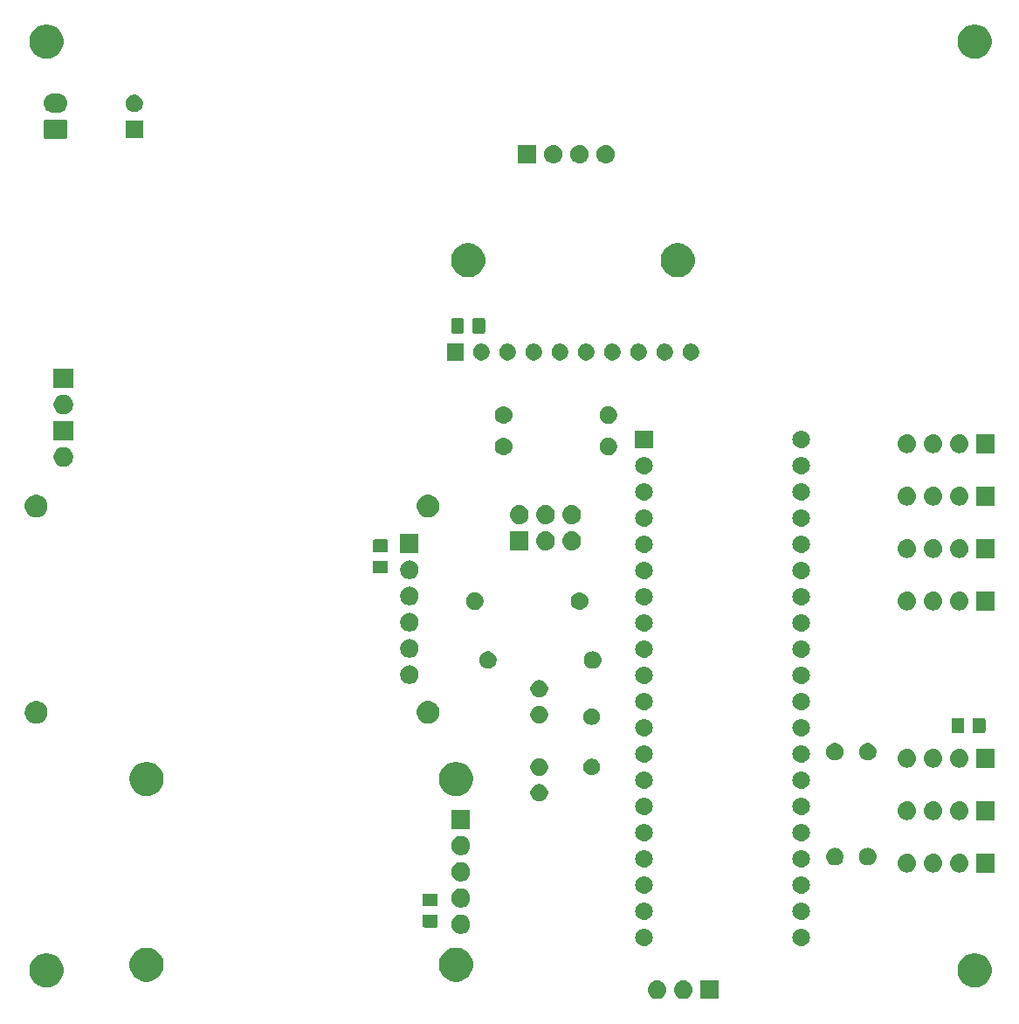
<source format=gbr>
G04 #@! TF.GenerationSoftware,KiCad,Pcbnew,5.1.4*
G04 #@! TF.CreationDate,2019-08-22T02:38:53+02:00*
G04 #@! TF.ProjectId,Stratosensor,53747261-746f-4736-956e-736f722e6b69,rev?*
G04 #@! TF.SameCoordinates,Original*
G04 #@! TF.FileFunction,Soldermask,Top*
G04 #@! TF.FilePolarity,Negative*
%FSLAX46Y46*%
G04 Gerber Fmt 4.6, Leading zero omitted, Abs format (unit mm)*
G04 Created by KiCad (PCBNEW 5.1.4) date 2019-08-22 02:38:53*
%MOMM*%
%LPD*%
G04 APERTURE LIST*
%ADD10C,0.100000*%
G04 APERTURE END LIST*
D10*
G36*
X114320442Y-145995518D02*
G01*
X114386627Y-146002037D01*
X114556466Y-146053557D01*
X114712991Y-146137222D01*
X114748729Y-146166552D01*
X114850186Y-146249814D01*
X114933448Y-146351271D01*
X114962778Y-146387009D01*
X115046443Y-146543534D01*
X115097963Y-146713373D01*
X115115359Y-146890000D01*
X115097963Y-147066627D01*
X115046443Y-147236466D01*
X114962778Y-147392991D01*
X114933448Y-147428729D01*
X114850186Y-147530186D01*
X114748729Y-147613448D01*
X114712991Y-147642778D01*
X114556466Y-147726443D01*
X114386627Y-147777963D01*
X114320443Y-147784481D01*
X114254260Y-147791000D01*
X114165740Y-147791000D01*
X114099557Y-147784481D01*
X114033373Y-147777963D01*
X113863534Y-147726443D01*
X113707009Y-147642778D01*
X113671271Y-147613448D01*
X113569814Y-147530186D01*
X113486552Y-147428729D01*
X113457222Y-147392991D01*
X113373557Y-147236466D01*
X113322037Y-147066627D01*
X113304641Y-146890000D01*
X113322037Y-146713373D01*
X113373557Y-146543534D01*
X113457222Y-146387009D01*
X113486552Y-146351271D01*
X113569814Y-146249814D01*
X113671271Y-146166552D01*
X113707009Y-146137222D01*
X113863534Y-146053557D01*
X114033373Y-146002037D01*
X114099558Y-145995518D01*
X114165740Y-145989000D01*
X114254260Y-145989000D01*
X114320442Y-145995518D01*
X114320442Y-145995518D01*
G37*
G36*
X116860442Y-145995518D02*
G01*
X116926627Y-146002037D01*
X117096466Y-146053557D01*
X117252991Y-146137222D01*
X117288729Y-146166552D01*
X117390186Y-146249814D01*
X117473448Y-146351271D01*
X117502778Y-146387009D01*
X117586443Y-146543534D01*
X117637963Y-146713373D01*
X117655359Y-146890000D01*
X117637963Y-147066627D01*
X117586443Y-147236466D01*
X117502778Y-147392991D01*
X117473448Y-147428729D01*
X117390186Y-147530186D01*
X117288729Y-147613448D01*
X117252991Y-147642778D01*
X117096466Y-147726443D01*
X116926627Y-147777963D01*
X116860443Y-147784481D01*
X116794260Y-147791000D01*
X116705740Y-147791000D01*
X116639557Y-147784481D01*
X116573373Y-147777963D01*
X116403534Y-147726443D01*
X116247009Y-147642778D01*
X116211271Y-147613448D01*
X116109814Y-147530186D01*
X116026552Y-147428729D01*
X115997222Y-147392991D01*
X115913557Y-147236466D01*
X115862037Y-147066627D01*
X115844641Y-146890000D01*
X115862037Y-146713373D01*
X115913557Y-146543534D01*
X115997222Y-146387009D01*
X116026552Y-146351271D01*
X116109814Y-146249814D01*
X116211271Y-146166552D01*
X116247009Y-146137222D01*
X116403534Y-146053557D01*
X116573373Y-146002037D01*
X116639558Y-145995518D01*
X116705740Y-145989000D01*
X116794260Y-145989000D01*
X116860442Y-145995518D01*
X116860442Y-145995518D01*
G37*
G36*
X120191000Y-147791000D02*
G01*
X118389000Y-147791000D01*
X118389000Y-145989000D01*
X120191000Y-145989000D01*
X120191000Y-147791000D01*
X120191000Y-147791000D01*
G37*
G36*
X145375256Y-143391298D02*
G01*
X145481579Y-143412447D01*
X145782042Y-143536903D01*
X146052451Y-143717585D01*
X146282415Y-143947549D01*
X146463097Y-144217958D01*
X146587553Y-144518421D01*
X146651000Y-144837391D01*
X146651000Y-145162609D01*
X146587553Y-145481579D01*
X146463097Y-145782042D01*
X146282415Y-146052451D01*
X146052451Y-146282415D01*
X145782042Y-146463097D01*
X145481579Y-146587553D01*
X145375256Y-146608702D01*
X145162611Y-146651000D01*
X144837389Y-146651000D01*
X144624744Y-146608702D01*
X144518421Y-146587553D01*
X144217958Y-146463097D01*
X143947549Y-146282415D01*
X143717585Y-146052451D01*
X143536903Y-145782042D01*
X143412447Y-145481579D01*
X143349000Y-145162609D01*
X143349000Y-144837391D01*
X143412447Y-144518421D01*
X143536903Y-144217958D01*
X143717585Y-143947549D01*
X143947549Y-143717585D01*
X144217958Y-143536903D01*
X144518421Y-143412447D01*
X144624744Y-143391298D01*
X144837389Y-143349000D01*
X145162611Y-143349000D01*
X145375256Y-143391298D01*
X145375256Y-143391298D01*
G37*
G36*
X55375256Y-143391298D02*
G01*
X55481579Y-143412447D01*
X55782042Y-143536903D01*
X56052451Y-143717585D01*
X56282415Y-143947549D01*
X56463097Y-144217958D01*
X56587553Y-144518421D01*
X56651000Y-144837391D01*
X56651000Y-145162609D01*
X56587553Y-145481579D01*
X56463097Y-145782042D01*
X56282415Y-146052451D01*
X56052451Y-146282415D01*
X55782042Y-146463097D01*
X55481579Y-146587553D01*
X55375256Y-146608702D01*
X55162611Y-146651000D01*
X54837389Y-146651000D01*
X54624744Y-146608702D01*
X54518421Y-146587553D01*
X54217958Y-146463097D01*
X53947549Y-146282415D01*
X53717585Y-146052451D01*
X53536903Y-145782042D01*
X53412447Y-145481579D01*
X53349000Y-145162609D01*
X53349000Y-144837391D01*
X53412447Y-144518421D01*
X53536903Y-144217958D01*
X53717585Y-143947549D01*
X53947549Y-143717585D01*
X54217958Y-143536903D01*
X54518421Y-143412447D01*
X54624744Y-143391298D01*
X54837389Y-143349000D01*
X55162611Y-143349000D01*
X55375256Y-143391298D01*
X55375256Y-143391298D01*
G37*
G36*
X65075256Y-142851298D02*
G01*
X65181579Y-142872447D01*
X65482042Y-142996903D01*
X65752451Y-143177585D01*
X65982415Y-143407549D01*
X66163097Y-143677958D01*
X66287553Y-143978421D01*
X66351000Y-144297391D01*
X66351000Y-144622609D01*
X66287553Y-144941579D01*
X66163097Y-145242042D01*
X65982415Y-145512451D01*
X65752451Y-145742415D01*
X65482042Y-145923097D01*
X65181579Y-146047553D01*
X65075256Y-146068702D01*
X64862611Y-146111000D01*
X64537389Y-146111000D01*
X64324744Y-146068702D01*
X64218421Y-146047553D01*
X63917958Y-145923097D01*
X63647549Y-145742415D01*
X63417585Y-145512451D01*
X63236903Y-145242042D01*
X63112447Y-144941579D01*
X63049000Y-144622609D01*
X63049000Y-144297391D01*
X63112447Y-143978421D01*
X63236903Y-143677958D01*
X63417585Y-143407549D01*
X63647549Y-143177585D01*
X63917958Y-142996903D01*
X64218421Y-142872447D01*
X64324744Y-142851298D01*
X64537389Y-142809000D01*
X64862611Y-142809000D01*
X65075256Y-142851298D01*
X65075256Y-142851298D01*
G37*
G36*
X95075256Y-142851298D02*
G01*
X95181579Y-142872447D01*
X95482042Y-142996903D01*
X95752451Y-143177585D01*
X95982415Y-143407549D01*
X96163097Y-143677958D01*
X96287553Y-143978421D01*
X96351000Y-144297391D01*
X96351000Y-144622609D01*
X96287553Y-144941579D01*
X96163097Y-145242042D01*
X95982415Y-145512451D01*
X95752451Y-145742415D01*
X95482042Y-145923097D01*
X95181579Y-146047553D01*
X95075256Y-146068702D01*
X94862611Y-146111000D01*
X94537389Y-146111000D01*
X94324744Y-146068702D01*
X94218421Y-146047553D01*
X93917958Y-145923097D01*
X93647549Y-145742415D01*
X93417585Y-145512451D01*
X93236903Y-145242042D01*
X93112447Y-144941579D01*
X93049000Y-144622609D01*
X93049000Y-144297391D01*
X93112447Y-143978421D01*
X93236903Y-143677958D01*
X93417585Y-143407549D01*
X93647549Y-143177585D01*
X93917958Y-142996903D01*
X94218421Y-142872447D01*
X94324744Y-142851298D01*
X94537389Y-142809000D01*
X94862611Y-142809000D01*
X95075256Y-142851298D01*
X95075256Y-142851298D01*
G37*
G36*
X128346823Y-140971313D02*
G01*
X128507242Y-141019976D01*
X128639906Y-141090886D01*
X128655078Y-141098996D01*
X128784659Y-141205341D01*
X128891004Y-141334922D01*
X128891005Y-141334924D01*
X128970024Y-141482758D01*
X129018687Y-141643177D01*
X129035117Y-141810000D01*
X129018687Y-141976823D01*
X128970024Y-142137242D01*
X128899114Y-142269906D01*
X128891004Y-142285078D01*
X128784659Y-142414659D01*
X128655078Y-142521004D01*
X128655076Y-142521005D01*
X128507242Y-142600024D01*
X128346823Y-142648687D01*
X128221804Y-142661000D01*
X128138196Y-142661000D01*
X128013177Y-142648687D01*
X127852758Y-142600024D01*
X127704924Y-142521005D01*
X127704922Y-142521004D01*
X127575341Y-142414659D01*
X127468996Y-142285078D01*
X127460886Y-142269906D01*
X127389976Y-142137242D01*
X127341313Y-141976823D01*
X127324883Y-141810000D01*
X127341313Y-141643177D01*
X127389976Y-141482758D01*
X127468995Y-141334924D01*
X127468996Y-141334922D01*
X127575341Y-141205341D01*
X127704922Y-141098996D01*
X127720094Y-141090886D01*
X127852758Y-141019976D01*
X128013177Y-140971313D01*
X128138196Y-140959000D01*
X128221804Y-140959000D01*
X128346823Y-140971313D01*
X128346823Y-140971313D01*
G37*
G36*
X113106823Y-140971313D02*
G01*
X113267242Y-141019976D01*
X113399906Y-141090886D01*
X113415078Y-141098996D01*
X113544659Y-141205341D01*
X113651004Y-141334922D01*
X113651005Y-141334924D01*
X113730024Y-141482758D01*
X113778687Y-141643177D01*
X113795117Y-141810000D01*
X113778687Y-141976823D01*
X113730024Y-142137242D01*
X113659114Y-142269906D01*
X113651004Y-142285078D01*
X113544659Y-142414659D01*
X113415078Y-142521004D01*
X113415076Y-142521005D01*
X113267242Y-142600024D01*
X113106823Y-142648687D01*
X112981804Y-142661000D01*
X112898196Y-142661000D01*
X112773177Y-142648687D01*
X112612758Y-142600024D01*
X112464924Y-142521005D01*
X112464922Y-142521004D01*
X112335341Y-142414659D01*
X112228996Y-142285078D01*
X112220886Y-142269906D01*
X112149976Y-142137242D01*
X112101313Y-141976823D01*
X112084883Y-141810000D01*
X112101313Y-141643177D01*
X112149976Y-141482758D01*
X112228995Y-141334924D01*
X112228996Y-141334922D01*
X112335341Y-141205341D01*
X112464922Y-141098996D01*
X112480094Y-141090886D01*
X112612758Y-141019976D01*
X112773177Y-140971313D01*
X112898196Y-140959000D01*
X112981804Y-140959000D01*
X113106823Y-140971313D01*
X113106823Y-140971313D01*
G37*
G36*
X95430104Y-139649585D02*
G01*
X95598626Y-139719389D01*
X95750291Y-139820728D01*
X95879272Y-139949709D01*
X95980611Y-140101374D01*
X96050415Y-140269896D01*
X96086000Y-140448797D01*
X96086000Y-140631203D01*
X96050415Y-140810104D01*
X95980611Y-140978626D01*
X95879272Y-141130291D01*
X95750291Y-141259272D01*
X95598626Y-141360611D01*
X95430104Y-141430415D01*
X95251203Y-141466000D01*
X95068797Y-141466000D01*
X94889896Y-141430415D01*
X94721374Y-141360611D01*
X94569709Y-141259272D01*
X94440728Y-141130291D01*
X94339389Y-140978626D01*
X94269585Y-140810104D01*
X94234000Y-140631203D01*
X94234000Y-140448797D01*
X94269585Y-140269896D01*
X94339389Y-140101374D01*
X94440728Y-139949709D01*
X94569709Y-139820728D01*
X94721374Y-139719389D01*
X94889896Y-139649585D01*
X95068797Y-139614000D01*
X95251203Y-139614000D01*
X95430104Y-139649585D01*
X95430104Y-139649585D01*
G37*
G36*
X92790674Y-139604465D02*
G01*
X92828367Y-139615899D01*
X92863103Y-139634466D01*
X92893548Y-139659452D01*
X92918534Y-139689897D01*
X92937101Y-139724633D01*
X92948535Y-139762326D01*
X92953000Y-139807661D01*
X92953000Y-140644339D01*
X92948535Y-140689674D01*
X92937101Y-140727367D01*
X92918534Y-140762103D01*
X92893548Y-140792548D01*
X92863103Y-140817534D01*
X92828367Y-140836101D01*
X92790674Y-140847535D01*
X92745339Y-140852000D01*
X91658661Y-140852000D01*
X91613326Y-140847535D01*
X91575633Y-140836101D01*
X91540897Y-140817534D01*
X91510452Y-140792548D01*
X91485466Y-140762103D01*
X91466899Y-140727367D01*
X91455465Y-140689674D01*
X91451000Y-140644339D01*
X91451000Y-139807661D01*
X91455465Y-139762326D01*
X91466899Y-139724633D01*
X91485466Y-139689897D01*
X91510452Y-139659452D01*
X91540897Y-139634466D01*
X91575633Y-139615899D01*
X91613326Y-139604465D01*
X91658661Y-139600000D01*
X92745339Y-139600000D01*
X92790674Y-139604465D01*
X92790674Y-139604465D01*
G37*
G36*
X128346823Y-138431313D02*
G01*
X128507242Y-138479976D01*
X128639906Y-138550886D01*
X128655078Y-138558996D01*
X128784659Y-138665341D01*
X128891004Y-138794922D01*
X128891005Y-138794924D01*
X128970024Y-138942758D01*
X129018687Y-139103177D01*
X129035117Y-139270000D01*
X129018687Y-139436823D01*
X128970024Y-139597242D01*
X128920499Y-139689897D01*
X128891004Y-139745078D01*
X128784659Y-139874659D01*
X128655078Y-139981004D01*
X128655076Y-139981005D01*
X128507242Y-140060024D01*
X128346823Y-140108687D01*
X128221804Y-140121000D01*
X128138196Y-140121000D01*
X128013177Y-140108687D01*
X127852758Y-140060024D01*
X127704924Y-139981005D01*
X127704922Y-139981004D01*
X127575341Y-139874659D01*
X127468996Y-139745078D01*
X127439501Y-139689897D01*
X127389976Y-139597242D01*
X127341313Y-139436823D01*
X127324883Y-139270000D01*
X127341313Y-139103177D01*
X127389976Y-138942758D01*
X127468995Y-138794924D01*
X127468996Y-138794922D01*
X127575341Y-138665341D01*
X127704922Y-138558996D01*
X127720094Y-138550886D01*
X127852758Y-138479976D01*
X128013177Y-138431313D01*
X128138196Y-138419000D01*
X128221804Y-138419000D01*
X128346823Y-138431313D01*
X128346823Y-138431313D01*
G37*
G36*
X113106823Y-138431313D02*
G01*
X113267242Y-138479976D01*
X113399906Y-138550886D01*
X113415078Y-138558996D01*
X113544659Y-138665341D01*
X113651004Y-138794922D01*
X113651005Y-138794924D01*
X113730024Y-138942758D01*
X113778687Y-139103177D01*
X113795117Y-139270000D01*
X113778687Y-139436823D01*
X113730024Y-139597242D01*
X113680499Y-139689897D01*
X113651004Y-139745078D01*
X113544659Y-139874659D01*
X113415078Y-139981004D01*
X113415076Y-139981005D01*
X113267242Y-140060024D01*
X113106823Y-140108687D01*
X112981804Y-140121000D01*
X112898196Y-140121000D01*
X112773177Y-140108687D01*
X112612758Y-140060024D01*
X112464924Y-139981005D01*
X112464922Y-139981004D01*
X112335341Y-139874659D01*
X112228996Y-139745078D01*
X112199501Y-139689897D01*
X112149976Y-139597242D01*
X112101313Y-139436823D01*
X112084883Y-139270000D01*
X112101313Y-139103177D01*
X112149976Y-138942758D01*
X112228995Y-138794924D01*
X112228996Y-138794922D01*
X112335341Y-138665341D01*
X112464922Y-138558996D01*
X112480094Y-138550886D01*
X112612758Y-138479976D01*
X112773177Y-138431313D01*
X112898196Y-138419000D01*
X112981804Y-138419000D01*
X113106823Y-138431313D01*
X113106823Y-138431313D01*
G37*
G36*
X95430104Y-137109585D02*
G01*
X95598626Y-137179389D01*
X95750291Y-137280728D01*
X95879272Y-137409709D01*
X95980611Y-137561374D01*
X96050415Y-137729896D01*
X96086000Y-137908797D01*
X96086000Y-138091203D01*
X96050415Y-138270104D01*
X95980611Y-138438626D01*
X95879272Y-138590291D01*
X95750291Y-138719272D01*
X95598626Y-138820611D01*
X95430104Y-138890415D01*
X95251203Y-138926000D01*
X95068797Y-138926000D01*
X94889896Y-138890415D01*
X94721374Y-138820611D01*
X94569709Y-138719272D01*
X94440728Y-138590291D01*
X94339389Y-138438626D01*
X94269585Y-138270104D01*
X94234000Y-138091203D01*
X94234000Y-137908797D01*
X94269585Y-137729896D01*
X94339389Y-137561374D01*
X94440728Y-137409709D01*
X94569709Y-137280728D01*
X94721374Y-137179389D01*
X94889896Y-137109585D01*
X95068797Y-137074000D01*
X95251203Y-137074000D01*
X95430104Y-137109585D01*
X95430104Y-137109585D01*
G37*
G36*
X92790674Y-137554465D02*
G01*
X92828367Y-137565899D01*
X92863103Y-137584466D01*
X92893548Y-137609452D01*
X92918534Y-137639897D01*
X92937101Y-137674633D01*
X92948535Y-137712326D01*
X92953000Y-137757661D01*
X92953000Y-138594339D01*
X92948535Y-138639674D01*
X92937101Y-138677367D01*
X92918534Y-138712103D01*
X92893548Y-138742548D01*
X92863103Y-138767534D01*
X92828367Y-138786101D01*
X92790674Y-138797535D01*
X92745339Y-138802000D01*
X91658661Y-138802000D01*
X91613326Y-138797535D01*
X91575633Y-138786101D01*
X91540897Y-138767534D01*
X91510452Y-138742548D01*
X91485466Y-138712103D01*
X91466899Y-138677367D01*
X91455465Y-138639674D01*
X91451000Y-138594339D01*
X91451000Y-137757661D01*
X91455465Y-137712326D01*
X91466899Y-137674633D01*
X91485466Y-137639897D01*
X91510452Y-137609452D01*
X91540897Y-137584466D01*
X91575633Y-137565899D01*
X91613326Y-137554465D01*
X91658661Y-137550000D01*
X92745339Y-137550000D01*
X92790674Y-137554465D01*
X92790674Y-137554465D01*
G37*
G36*
X113106823Y-135891313D02*
G01*
X113267242Y-135939976D01*
X113399906Y-136010886D01*
X113415078Y-136018996D01*
X113544659Y-136125341D01*
X113651004Y-136254922D01*
X113651005Y-136254924D01*
X113730024Y-136402758D01*
X113778687Y-136563177D01*
X113795117Y-136730000D01*
X113778687Y-136896823D01*
X113730024Y-137057242D01*
X113664735Y-137179389D01*
X113651004Y-137205078D01*
X113544659Y-137334659D01*
X113415078Y-137441004D01*
X113415076Y-137441005D01*
X113267242Y-137520024D01*
X113106823Y-137568687D01*
X112981804Y-137581000D01*
X112898196Y-137581000D01*
X112773177Y-137568687D01*
X112612758Y-137520024D01*
X112464924Y-137441005D01*
X112464922Y-137441004D01*
X112335341Y-137334659D01*
X112228996Y-137205078D01*
X112215265Y-137179389D01*
X112149976Y-137057242D01*
X112101313Y-136896823D01*
X112084883Y-136730000D01*
X112101313Y-136563177D01*
X112149976Y-136402758D01*
X112228995Y-136254924D01*
X112228996Y-136254922D01*
X112335341Y-136125341D01*
X112464922Y-136018996D01*
X112480094Y-136010886D01*
X112612758Y-135939976D01*
X112773177Y-135891313D01*
X112898196Y-135879000D01*
X112981804Y-135879000D01*
X113106823Y-135891313D01*
X113106823Y-135891313D01*
G37*
G36*
X128346823Y-135891313D02*
G01*
X128507242Y-135939976D01*
X128639906Y-136010886D01*
X128655078Y-136018996D01*
X128784659Y-136125341D01*
X128891004Y-136254922D01*
X128891005Y-136254924D01*
X128970024Y-136402758D01*
X129018687Y-136563177D01*
X129035117Y-136730000D01*
X129018687Y-136896823D01*
X128970024Y-137057242D01*
X128904735Y-137179389D01*
X128891004Y-137205078D01*
X128784659Y-137334659D01*
X128655078Y-137441004D01*
X128655076Y-137441005D01*
X128507242Y-137520024D01*
X128346823Y-137568687D01*
X128221804Y-137581000D01*
X128138196Y-137581000D01*
X128013177Y-137568687D01*
X127852758Y-137520024D01*
X127704924Y-137441005D01*
X127704922Y-137441004D01*
X127575341Y-137334659D01*
X127468996Y-137205078D01*
X127455265Y-137179389D01*
X127389976Y-137057242D01*
X127341313Y-136896823D01*
X127324883Y-136730000D01*
X127341313Y-136563177D01*
X127389976Y-136402758D01*
X127468995Y-136254924D01*
X127468996Y-136254922D01*
X127575341Y-136125341D01*
X127704922Y-136018996D01*
X127720094Y-136010886D01*
X127852758Y-135939976D01*
X128013177Y-135891313D01*
X128138196Y-135879000D01*
X128221804Y-135879000D01*
X128346823Y-135891313D01*
X128346823Y-135891313D01*
G37*
G36*
X95430104Y-134569585D02*
G01*
X95598626Y-134639389D01*
X95750291Y-134740728D01*
X95879272Y-134869709D01*
X95980611Y-135021374D01*
X96050415Y-135189896D01*
X96086000Y-135368797D01*
X96086000Y-135551203D01*
X96050415Y-135730104D01*
X95980611Y-135898626D01*
X95879272Y-136050291D01*
X95750291Y-136179272D01*
X95598626Y-136280611D01*
X95430104Y-136350415D01*
X95251203Y-136386000D01*
X95068797Y-136386000D01*
X94889896Y-136350415D01*
X94721374Y-136280611D01*
X94569709Y-136179272D01*
X94440728Y-136050291D01*
X94339389Y-135898626D01*
X94269585Y-135730104D01*
X94234000Y-135551203D01*
X94234000Y-135368797D01*
X94269585Y-135189896D01*
X94339389Y-135021374D01*
X94440728Y-134869709D01*
X94569709Y-134740728D01*
X94721374Y-134639389D01*
X94889896Y-134569585D01*
X95068797Y-134534000D01*
X95251203Y-134534000D01*
X95430104Y-134569585D01*
X95430104Y-134569585D01*
G37*
G36*
X146951000Y-135521000D02*
G01*
X145149000Y-135521000D01*
X145149000Y-133719000D01*
X146951000Y-133719000D01*
X146951000Y-135521000D01*
X146951000Y-135521000D01*
G37*
G36*
X138540443Y-133725519D02*
G01*
X138606627Y-133732037D01*
X138776466Y-133783557D01*
X138932991Y-133867222D01*
X138968729Y-133896552D01*
X139070186Y-133979814D01*
X139153448Y-134081271D01*
X139182778Y-134117009D01*
X139266443Y-134273534D01*
X139317963Y-134443373D01*
X139335359Y-134620000D01*
X139317963Y-134796627D01*
X139266443Y-134966466D01*
X139182778Y-135122991D01*
X139153448Y-135158729D01*
X139070186Y-135260186D01*
X138968729Y-135343448D01*
X138932991Y-135372778D01*
X138776466Y-135456443D01*
X138606627Y-135507963D01*
X138540443Y-135514481D01*
X138474260Y-135521000D01*
X138385740Y-135521000D01*
X138319557Y-135514481D01*
X138253373Y-135507963D01*
X138083534Y-135456443D01*
X137927009Y-135372778D01*
X137891271Y-135343448D01*
X137789814Y-135260186D01*
X137706552Y-135158729D01*
X137677222Y-135122991D01*
X137593557Y-134966466D01*
X137542037Y-134796627D01*
X137524641Y-134620000D01*
X137542037Y-134443373D01*
X137593557Y-134273534D01*
X137677222Y-134117009D01*
X137706552Y-134081271D01*
X137789814Y-133979814D01*
X137891271Y-133896552D01*
X137927009Y-133867222D01*
X138083534Y-133783557D01*
X138253373Y-133732037D01*
X138319557Y-133725519D01*
X138385740Y-133719000D01*
X138474260Y-133719000D01*
X138540443Y-133725519D01*
X138540443Y-133725519D01*
G37*
G36*
X143620443Y-133725519D02*
G01*
X143686627Y-133732037D01*
X143856466Y-133783557D01*
X144012991Y-133867222D01*
X144048729Y-133896552D01*
X144150186Y-133979814D01*
X144233448Y-134081271D01*
X144262778Y-134117009D01*
X144346443Y-134273534D01*
X144397963Y-134443373D01*
X144415359Y-134620000D01*
X144397963Y-134796627D01*
X144346443Y-134966466D01*
X144262778Y-135122991D01*
X144233448Y-135158729D01*
X144150186Y-135260186D01*
X144048729Y-135343448D01*
X144012991Y-135372778D01*
X143856466Y-135456443D01*
X143686627Y-135507963D01*
X143620443Y-135514481D01*
X143554260Y-135521000D01*
X143465740Y-135521000D01*
X143399557Y-135514481D01*
X143333373Y-135507963D01*
X143163534Y-135456443D01*
X143007009Y-135372778D01*
X142971271Y-135343448D01*
X142869814Y-135260186D01*
X142786552Y-135158729D01*
X142757222Y-135122991D01*
X142673557Y-134966466D01*
X142622037Y-134796627D01*
X142604641Y-134620000D01*
X142622037Y-134443373D01*
X142673557Y-134273534D01*
X142757222Y-134117009D01*
X142786552Y-134081271D01*
X142869814Y-133979814D01*
X142971271Y-133896552D01*
X143007009Y-133867222D01*
X143163534Y-133783557D01*
X143333373Y-133732037D01*
X143399557Y-133725519D01*
X143465740Y-133719000D01*
X143554260Y-133719000D01*
X143620443Y-133725519D01*
X143620443Y-133725519D01*
G37*
G36*
X141080443Y-133725519D02*
G01*
X141146627Y-133732037D01*
X141316466Y-133783557D01*
X141472991Y-133867222D01*
X141508729Y-133896552D01*
X141610186Y-133979814D01*
X141693448Y-134081271D01*
X141722778Y-134117009D01*
X141806443Y-134273534D01*
X141857963Y-134443373D01*
X141875359Y-134620000D01*
X141857963Y-134796627D01*
X141806443Y-134966466D01*
X141722778Y-135122991D01*
X141693448Y-135158729D01*
X141610186Y-135260186D01*
X141508729Y-135343448D01*
X141472991Y-135372778D01*
X141316466Y-135456443D01*
X141146627Y-135507963D01*
X141080443Y-135514481D01*
X141014260Y-135521000D01*
X140925740Y-135521000D01*
X140859557Y-135514481D01*
X140793373Y-135507963D01*
X140623534Y-135456443D01*
X140467009Y-135372778D01*
X140431271Y-135343448D01*
X140329814Y-135260186D01*
X140246552Y-135158729D01*
X140217222Y-135122991D01*
X140133557Y-134966466D01*
X140082037Y-134796627D01*
X140064641Y-134620000D01*
X140082037Y-134443373D01*
X140133557Y-134273534D01*
X140217222Y-134117009D01*
X140246552Y-134081271D01*
X140329814Y-133979814D01*
X140431271Y-133896552D01*
X140467009Y-133867222D01*
X140623534Y-133783557D01*
X140793373Y-133732037D01*
X140859557Y-133725519D01*
X140925740Y-133719000D01*
X141014260Y-133719000D01*
X141080443Y-133725519D01*
X141080443Y-133725519D01*
G37*
G36*
X113106823Y-133351313D02*
G01*
X113267242Y-133399976D01*
X113399906Y-133470886D01*
X113415078Y-133478996D01*
X113544659Y-133585341D01*
X113651004Y-133714922D01*
X113651005Y-133714924D01*
X113730024Y-133862758D01*
X113778687Y-134023177D01*
X113795117Y-134190000D01*
X113778687Y-134356823D01*
X113730024Y-134517242D01*
X113691316Y-134589659D01*
X113651004Y-134665078D01*
X113544659Y-134794659D01*
X113415078Y-134901004D01*
X113415076Y-134901005D01*
X113267242Y-134980024D01*
X113106823Y-135028687D01*
X112981804Y-135041000D01*
X112898196Y-135041000D01*
X112773177Y-135028687D01*
X112612758Y-134980024D01*
X112464924Y-134901005D01*
X112464922Y-134901004D01*
X112335341Y-134794659D01*
X112228996Y-134665078D01*
X112188684Y-134589659D01*
X112149976Y-134517242D01*
X112101313Y-134356823D01*
X112084883Y-134190000D01*
X112101313Y-134023177D01*
X112149976Y-133862758D01*
X112228995Y-133714924D01*
X112228996Y-133714922D01*
X112335341Y-133585341D01*
X112464922Y-133478996D01*
X112480094Y-133470886D01*
X112612758Y-133399976D01*
X112773177Y-133351313D01*
X112898196Y-133339000D01*
X112981804Y-133339000D01*
X113106823Y-133351313D01*
X113106823Y-133351313D01*
G37*
G36*
X128346823Y-133351313D02*
G01*
X128507242Y-133399976D01*
X128639906Y-133470886D01*
X128655078Y-133478996D01*
X128784659Y-133585341D01*
X128891004Y-133714922D01*
X128891005Y-133714924D01*
X128970024Y-133862758D01*
X129018687Y-134023177D01*
X129035117Y-134190000D01*
X129018687Y-134356823D01*
X128970024Y-134517242D01*
X128931316Y-134589659D01*
X128891004Y-134665078D01*
X128784659Y-134794659D01*
X128655078Y-134901004D01*
X128655076Y-134901005D01*
X128507242Y-134980024D01*
X128346823Y-135028687D01*
X128221804Y-135041000D01*
X128138196Y-135041000D01*
X128013177Y-135028687D01*
X127852758Y-134980024D01*
X127704924Y-134901005D01*
X127704922Y-134901004D01*
X127575341Y-134794659D01*
X127468996Y-134665078D01*
X127428684Y-134589659D01*
X127389976Y-134517242D01*
X127341313Y-134356823D01*
X127324883Y-134190000D01*
X127341313Y-134023177D01*
X127389976Y-133862758D01*
X127468995Y-133714924D01*
X127468996Y-133714922D01*
X127575341Y-133585341D01*
X127704922Y-133478996D01*
X127720094Y-133470886D01*
X127852758Y-133399976D01*
X128013177Y-133351313D01*
X128138196Y-133339000D01*
X128221804Y-133339000D01*
X128346823Y-133351313D01*
X128346823Y-133351313D01*
G37*
G36*
X131611823Y-133146313D02*
G01*
X131772242Y-133194976D01*
X131904906Y-133265886D01*
X131920078Y-133273996D01*
X132049659Y-133380341D01*
X132156004Y-133509922D01*
X132156005Y-133509924D01*
X132235024Y-133657758D01*
X132283687Y-133818177D01*
X132300117Y-133985000D01*
X132283687Y-134151823D01*
X132235024Y-134312242D01*
X132164933Y-134443373D01*
X132156004Y-134460078D01*
X132049659Y-134589659D01*
X131920078Y-134696004D01*
X131920076Y-134696005D01*
X131772242Y-134775024D01*
X131611823Y-134823687D01*
X131486804Y-134836000D01*
X131403196Y-134836000D01*
X131278177Y-134823687D01*
X131117758Y-134775024D01*
X130969924Y-134696005D01*
X130969922Y-134696004D01*
X130840341Y-134589659D01*
X130733996Y-134460078D01*
X130725067Y-134443373D01*
X130654976Y-134312242D01*
X130606313Y-134151823D01*
X130589883Y-133985000D01*
X130606313Y-133818177D01*
X130654976Y-133657758D01*
X130733995Y-133509924D01*
X130733996Y-133509922D01*
X130840341Y-133380341D01*
X130969922Y-133273996D01*
X130985094Y-133265886D01*
X131117758Y-133194976D01*
X131278177Y-133146313D01*
X131403196Y-133134000D01*
X131486804Y-133134000D01*
X131611823Y-133146313D01*
X131611823Y-133146313D01*
G37*
G36*
X134786823Y-133146313D02*
G01*
X134947242Y-133194976D01*
X135079906Y-133265886D01*
X135095078Y-133273996D01*
X135224659Y-133380341D01*
X135331004Y-133509922D01*
X135331005Y-133509924D01*
X135410024Y-133657758D01*
X135458687Y-133818177D01*
X135475117Y-133985000D01*
X135458687Y-134151823D01*
X135410024Y-134312242D01*
X135339933Y-134443373D01*
X135331004Y-134460078D01*
X135224659Y-134589659D01*
X135095078Y-134696004D01*
X135095076Y-134696005D01*
X134947242Y-134775024D01*
X134786823Y-134823687D01*
X134661804Y-134836000D01*
X134578196Y-134836000D01*
X134453177Y-134823687D01*
X134292758Y-134775024D01*
X134144924Y-134696005D01*
X134144922Y-134696004D01*
X134015341Y-134589659D01*
X133908996Y-134460078D01*
X133900067Y-134443373D01*
X133829976Y-134312242D01*
X133781313Y-134151823D01*
X133764883Y-133985000D01*
X133781313Y-133818177D01*
X133829976Y-133657758D01*
X133908995Y-133509924D01*
X133908996Y-133509922D01*
X134015341Y-133380341D01*
X134144922Y-133273996D01*
X134160094Y-133265886D01*
X134292758Y-133194976D01*
X134453177Y-133146313D01*
X134578196Y-133134000D01*
X134661804Y-133134000D01*
X134786823Y-133146313D01*
X134786823Y-133146313D01*
G37*
G36*
X95430104Y-132029585D02*
G01*
X95598626Y-132099389D01*
X95750291Y-132200728D01*
X95879272Y-132329709D01*
X95980611Y-132481374D01*
X96050415Y-132649896D01*
X96086000Y-132828797D01*
X96086000Y-133011203D01*
X96050415Y-133190104D01*
X95980611Y-133358626D01*
X95879272Y-133510291D01*
X95750291Y-133639272D01*
X95598626Y-133740611D01*
X95430104Y-133810415D01*
X95251203Y-133846000D01*
X95068797Y-133846000D01*
X94889896Y-133810415D01*
X94721374Y-133740611D01*
X94569709Y-133639272D01*
X94440728Y-133510291D01*
X94339389Y-133358626D01*
X94269585Y-133190104D01*
X94234000Y-133011203D01*
X94234000Y-132828797D01*
X94269585Y-132649896D01*
X94339389Y-132481374D01*
X94440728Y-132329709D01*
X94569709Y-132200728D01*
X94721374Y-132099389D01*
X94889896Y-132029585D01*
X95068797Y-131994000D01*
X95251203Y-131994000D01*
X95430104Y-132029585D01*
X95430104Y-132029585D01*
G37*
G36*
X128346823Y-130811313D02*
G01*
X128507242Y-130859976D01*
X128639906Y-130930886D01*
X128655078Y-130938996D01*
X128784659Y-131045341D01*
X128891004Y-131174922D01*
X128891005Y-131174924D01*
X128970024Y-131322758D01*
X129018687Y-131483177D01*
X129035117Y-131650000D01*
X129018687Y-131816823D01*
X128970024Y-131977242D01*
X128904735Y-132099389D01*
X128891004Y-132125078D01*
X128784659Y-132254659D01*
X128655078Y-132361004D01*
X128655076Y-132361005D01*
X128507242Y-132440024D01*
X128346823Y-132488687D01*
X128221804Y-132501000D01*
X128138196Y-132501000D01*
X128013177Y-132488687D01*
X127852758Y-132440024D01*
X127704924Y-132361005D01*
X127704922Y-132361004D01*
X127575341Y-132254659D01*
X127468996Y-132125078D01*
X127455265Y-132099389D01*
X127389976Y-131977242D01*
X127341313Y-131816823D01*
X127324883Y-131650000D01*
X127341313Y-131483177D01*
X127389976Y-131322758D01*
X127468995Y-131174924D01*
X127468996Y-131174922D01*
X127575341Y-131045341D01*
X127704922Y-130938996D01*
X127720094Y-130930886D01*
X127852758Y-130859976D01*
X128013177Y-130811313D01*
X128138196Y-130799000D01*
X128221804Y-130799000D01*
X128346823Y-130811313D01*
X128346823Y-130811313D01*
G37*
G36*
X113106823Y-130811313D02*
G01*
X113267242Y-130859976D01*
X113399906Y-130930886D01*
X113415078Y-130938996D01*
X113544659Y-131045341D01*
X113651004Y-131174922D01*
X113651005Y-131174924D01*
X113730024Y-131322758D01*
X113778687Y-131483177D01*
X113795117Y-131650000D01*
X113778687Y-131816823D01*
X113730024Y-131977242D01*
X113664735Y-132099389D01*
X113651004Y-132125078D01*
X113544659Y-132254659D01*
X113415078Y-132361004D01*
X113415076Y-132361005D01*
X113267242Y-132440024D01*
X113106823Y-132488687D01*
X112981804Y-132501000D01*
X112898196Y-132501000D01*
X112773177Y-132488687D01*
X112612758Y-132440024D01*
X112464924Y-132361005D01*
X112464922Y-132361004D01*
X112335341Y-132254659D01*
X112228996Y-132125078D01*
X112215265Y-132099389D01*
X112149976Y-131977242D01*
X112101313Y-131816823D01*
X112084883Y-131650000D01*
X112101313Y-131483177D01*
X112149976Y-131322758D01*
X112228995Y-131174924D01*
X112228996Y-131174922D01*
X112335341Y-131045341D01*
X112464922Y-130938996D01*
X112480094Y-130930886D01*
X112612758Y-130859976D01*
X112773177Y-130811313D01*
X112898196Y-130799000D01*
X112981804Y-130799000D01*
X113106823Y-130811313D01*
X113106823Y-130811313D01*
G37*
G36*
X96086000Y-131306000D02*
G01*
X94234000Y-131306000D01*
X94234000Y-129454000D01*
X96086000Y-129454000D01*
X96086000Y-131306000D01*
X96086000Y-131306000D01*
G37*
G36*
X146951000Y-130441000D02*
G01*
X145149000Y-130441000D01*
X145149000Y-128639000D01*
X146951000Y-128639000D01*
X146951000Y-130441000D01*
X146951000Y-130441000D01*
G37*
G36*
X138540443Y-128645519D02*
G01*
X138606627Y-128652037D01*
X138776466Y-128703557D01*
X138932991Y-128787222D01*
X138968729Y-128816552D01*
X139070186Y-128899814D01*
X139153448Y-129001271D01*
X139182778Y-129037009D01*
X139266443Y-129193534D01*
X139317963Y-129363373D01*
X139335359Y-129540000D01*
X139317963Y-129716627D01*
X139266443Y-129886466D01*
X139182778Y-130042991D01*
X139153448Y-130078729D01*
X139070186Y-130180186D01*
X138968729Y-130263448D01*
X138932991Y-130292778D01*
X138776466Y-130376443D01*
X138606627Y-130427963D01*
X138540443Y-130434481D01*
X138474260Y-130441000D01*
X138385740Y-130441000D01*
X138319557Y-130434481D01*
X138253373Y-130427963D01*
X138083534Y-130376443D01*
X137927009Y-130292778D01*
X137891271Y-130263448D01*
X137789814Y-130180186D01*
X137706552Y-130078729D01*
X137677222Y-130042991D01*
X137593557Y-129886466D01*
X137542037Y-129716627D01*
X137524641Y-129540000D01*
X137542037Y-129363373D01*
X137593557Y-129193534D01*
X137677222Y-129037009D01*
X137706552Y-129001271D01*
X137789814Y-128899814D01*
X137891271Y-128816552D01*
X137927009Y-128787222D01*
X138083534Y-128703557D01*
X138253373Y-128652037D01*
X138319557Y-128645519D01*
X138385740Y-128639000D01*
X138474260Y-128639000D01*
X138540443Y-128645519D01*
X138540443Y-128645519D01*
G37*
G36*
X141080443Y-128645519D02*
G01*
X141146627Y-128652037D01*
X141316466Y-128703557D01*
X141472991Y-128787222D01*
X141508729Y-128816552D01*
X141610186Y-128899814D01*
X141693448Y-129001271D01*
X141722778Y-129037009D01*
X141806443Y-129193534D01*
X141857963Y-129363373D01*
X141875359Y-129540000D01*
X141857963Y-129716627D01*
X141806443Y-129886466D01*
X141722778Y-130042991D01*
X141693448Y-130078729D01*
X141610186Y-130180186D01*
X141508729Y-130263448D01*
X141472991Y-130292778D01*
X141316466Y-130376443D01*
X141146627Y-130427963D01*
X141080443Y-130434481D01*
X141014260Y-130441000D01*
X140925740Y-130441000D01*
X140859557Y-130434481D01*
X140793373Y-130427963D01*
X140623534Y-130376443D01*
X140467009Y-130292778D01*
X140431271Y-130263448D01*
X140329814Y-130180186D01*
X140246552Y-130078729D01*
X140217222Y-130042991D01*
X140133557Y-129886466D01*
X140082037Y-129716627D01*
X140064641Y-129540000D01*
X140082037Y-129363373D01*
X140133557Y-129193534D01*
X140217222Y-129037009D01*
X140246552Y-129001271D01*
X140329814Y-128899814D01*
X140431271Y-128816552D01*
X140467009Y-128787222D01*
X140623534Y-128703557D01*
X140793373Y-128652037D01*
X140859557Y-128645519D01*
X140925740Y-128639000D01*
X141014260Y-128639000D01*
X141080443Y-128645519D01*
X141080443Y-128645519D01*
G37*
G36*
X143620443Y-128645519D02*
G01*
X143686627Y-128652037D01*
X143856466Y-128703557D01*
X144012991Y-128787222D01*
X144048729Y-128816552D01*
X144150186Y-128899814D01*
X144233448Y-129001271D01*
X144262778Y-129037009D01*
X144346443Y-129193534D01*
X144397963Y-129363373D01*
X144415359Y-129540000D01*
X144397963Y-129716627D01*
X144346443Y-129886466D01*
X144262778Y-130042991D01*
X144233448Y-130078729D01*
X144150186Y-130180186D01*
X144048729Y-130263448D01*
X144012991Y-130292778D01*
X143856466Y-130376443D01*
X143686627Y-130427963D01*
X143620443Y-130434481D01*
X143554260Y-130441000D01*
X143465740Y-130441000D01*
X143399557Y-130434481D01*
X143333373Y-130427963D01*
X143163534Y-130376443D01*
X143007009Y-130292778D01*
X142971271Y-130263448D01*
X142869814Y-130180186D01*
X142786552Y-130078729D01*
X142757222Y-130042991D01*
X142673557Y-129886466D01*
X142622037Y-129716627D01*
X142604641Y-129540000D01*
X142622037Y-129363373D01*
X142673557Y-129193534D01*
X142757222Y-129037009D01*
X142786552Y-129001271D01*
X142869814Y-128899814D01*
X142971271Y-128816552D01*
X143007009Y-128787222D01*
X143163534Y-128703557D01*
X143333373Y-128652037D01*
X143399557Y-128645519D01*
X143465740Y-128639000D01*
X143554260Y-128639000D01*
X143620443Y-128645519D01*
X143620443Y-128645519D01*
G37*
G36*
X113106823Y-128271313D02*
G01*
X113267242Y-128319976D01*
X113399906Y-128390886D01*
X113415078Y-128398996D01*
X113544659Y-128505341D01*
X113651004Y-128634922D01*
X113651005Y-128634924D01*
X113730024Y-128782758D01*
X113778687Y-128943177D01*
X113795117Y-129110000D01*
X113778687Y-129276823D01*
X113730024Y-129437242D01*
X113675099Y-129540000D01*
X113651004Y-129585078D01*
X113544659Y-129714659D01*
X113415078Y-129821004D01*
X113415076Y-129821005D01*
X113267242Y-129900024D01*
X113106823Y-129948687D01*
X112981804Y-129961000D01*
X112898196Y-129961000D01*
X112773177Y-129948687D01*
X112612758Y-129900024D01*
X112464924Y-129821005D01*
X112464922Y-129821004D01*
X112335341Y-129714659D01*
X112228996Y-129585078D01*
X112204901Y-129540000D01*
X112149976Y-129437242D01*
X112101313Y-129276823D01*
X112084883Y-129110000D01*
X112101313Y-128943177D01*
X112149976Y-128782758D01*
X112228995Y-128634924D01*
X112228996Y-128634922D01*
X112335341Y-128505341D01*
X112464922Y-128398996D01*
X112480094Y-128390886D01*
X112612758Y-128319976D01*
X112773177Y-128271313D01*
X112898196Y-128259000D01*
X112981804Y-128259000D01*
X113106823Y-128271313D01*
X113106823Y-128271313D01*
G37*
G36*
X128346823Y-128271313D02*
G01*
X128507242Y-128319976D01*
X128639906Y-128390886D01*
X128655078Y-128398996D01*
X128784659Y-128505341D01*
X128891004Y-128634922D01*
X128891005Y-128634924D01*
X128970024Y-128782758D01*
X129018687Y-128943177D01*
X129035117Y-129110000D01*
X129018687Y-129276823D01*
X128970024Y-129437242D01*
X128915099Y-129540000D01*
X128891004Y-129585078D01*
X128784659Y-129714659D01*
X128655078Y-129821004D01*
X128655076Y-129821005D01*
X128507242Y-129900024D01*
X128346823Y-129948687D01*
X128221804Y-129961000D01*
X128138196Y-129961000D01*
X128013177Y-129948687D01*
X127852758Y-129900024D01*
X127704924Y-129821005D01*
X127704922Y-129821004D01*
X127575341Y-129714659D01*
X127468996Y-129585078D01*
X127444901Y-129540000D01*
X127389976Y-129437242D01*
X127341313Y-129276823D01*
X127324883Y-129110000D01*
X127341313Y-128943177D01*
X127389976Y-128782758D01*
X127468995Y-128634924D01*
X127468996Y-128634922D01*
X127575341Y-128505341D01*
X127704922Y-128398996D01*
X127720094Y-128390886D01*
X127852758Y-128319976D01*
X128013177Y-128271313D01*
X128138196Y-128259000D01*
X128221804Y-128259000D01*
X128346823Y-128271313D01*
X128346823Y-128271313D01*
G37*
G36*
X103028228Y-126981703D02*
G01*
X103183100Y-127045853D01*
X103322481Y-127138985D01*
X103441015Y-127257519D01*
X103534147Y-127396900D01*
X103598297Y-127551772D01*
X103631000Y-127716184D01*
X103631000Y-127883816D01*
X103598297Y-128048228D01*
X103534147Y-128203100D01*
X103441015Y-128342481D01*
X103322481Y-128461015D01*
X103183100Y-128554147D01*
X103028228Y-128618297D01*
X102863816Y-128651000D01*
X102696184Y-128651000D01*
X102531772Y-128618297D01*
X102376900Y-128554147D01*
X102237519Y-128461015D01*
X102118985Y-128342481D01*
X102025853Y-128203100D01*
X101961703Y-128048228D01*
X101929000Y-127883816D01*
X101929000Y-127716184D01*
X101961703Y-127551772D01*
X102025853Y-127396900D01*
X102118985Y-127257519D01*
X102237519Y-127138985D01*
X102376900Y-127045853D01*
X102531772Y-126981703D01*
X102696184Y-126949000D01*
X102863816Y-126949000D01*
X103028228Y-126981703D01*
X103028228Y-126981703D01*
G37*
G36*
X95075256Y-124851298D02*
G01*
X95181579Y-124872447D01*
X95482042Y-124996903D01*
X95752451Y-125177585D01*
X95982415Y-125407549D01*
X96163097Y-125677958D01*
X96163098Y-125677960D01*
X96287553Y-125978422D01*
X96351000Y-126297389D01*
X96351000Y-126622611D01*
X96328281Y-126736825D01*
X96287553Y-126941579D01*
X96163097Y-127242042D01*
X95982415Y-127512451D01*
X95752451Y-127742415D01*
X95482042Y-127923097D01*
X95181579Y-128047553D01*
X95075256Y-128068702D01*
X94862611Y-128111000D01*
X94537389Y-128111000D01*
X94324744Y-128068702D01*
X94218421Y-128047553D01*
X93917958Y-127923097D01*
X93647549Y-127742415D01*
X93417585Y-127512451D01*
X93236903Y-127242042D01*
X93112447Y-126941579D01*
X93071719Y-126736825D01*
X93049000Y-126622611D01*
X93049000Y-126297389D01*
X93112447Y-125978422D01*
X93236902Y-125677960D01*
X93236903Y-125677958D01*
X93417585Y-125407549D01*
X93647549Y-125177585D01*
X93917958Y-124996903D01*
X94218421Y-124872447D01*
X94324744Y-124851298D01*
X94537389Y-124809000D01*
X94862611Y-124809000D01*
X95075256Y-124851298D01*
X95075256Y-124851298D01*
G37*
G36*
X65075256Y-124851298D02*
G01*
X65181579Y-124872447D01*
X65482042Y-124996903D01*
X65752451Y-125177585D01*
X65982415Y-125407549D01*
X66163097Y-125677958D01*
X66163098Y-125677960D01*
X66287553Y-125978422D01*
X66351000Y-126297389D01*
X66351000Y-126622611D01*
X66328281Y-126736825D01*
X66287553Y-126941579D01*
X66163097Y-127242042D01*
X65982415Y-127512451D01*
X65752451Y-127742415D01*
X65482042Y-127923097D01*
X65181579Y-128047553D01*
X65075256Y-128068702D01*
X64862611Y-128111000D01*
X64537389Y-128111000D01*
X64324744Y-128068702D01*
X64218421Y-128047553D01*
X63917958Y-127923097D01*
X63647549Y-127742415D01*
X63417585Y-127512451D01*
X63236903Y-127242042D01*
X63112447Y-126941579D01*
X63071719Y-126736825D01*
X63049000Y-126622611D01*
X63049000Y-126297389D01*
X63112447Y-125978422D01*
X63236902Y-125677960D01*
X63236903Y-125677958D01*
X63417585Y-125407549D01*
X63647549Y-125177585D01*
X63917958Y-124996903D01*
X64218421Y-124872447D01*
X64324744Y-124851298D01*
X64537389Y-124809000D01*
X64862611Y-124809000D01*
X65075256Y-124851298D01*
X65075256Y-124851298D01*
G37*
G36*
X113106823Y-125731313D02*
G01*
X113267242Y-125779976D01*
X113399906Y-125850886D01*
X113415078Y-125858996D01*
X113544659Y-125965341D01*
X113651004Y-126094922D01*
X113651005Y-126094924D01*
X113730024Y-126242758D01*
X113778687Y-126403177D01*
X113795117Y-126570000D01*
X113778687Y-126736823D01*
X113730024Y-126897242D01*
X113659114Y-127029906D01*
X113651004Y-127045078D01*
X113544659Y-127174659D01*
X113415078Y-127281004D01*
X113415076Y-127281005D01*
X113267242Y-127360024D01*
X113106823Y-127408687D01*
X112981804Y-127421000D01*
X112898196Y-127421000D01*
X112773177Y-127408687D01*
X112612758Y-127360024D01*
X112464924Y-127281005D01*
X112464922Y-127281004D01*
X112335341Y-127174659D01*
X112228996Y-127045078D01*
X112220886Y-127029906D01*
X112149976Y-126897242D01*
X112101313Y-126736823D01*
X112084883Y-126570000D01*
X112101313Y-126403177D01*
X112149976Y-126242758D01*
X112228995Y-126094924D01*
X112228996Y-126094922D01*
X112335341Y-125965341D01*
X112464922Y-125858996D01*
X112480094Y-125850886D01*
X112612758Y-125779976D01*
X112773177Y-125731313D01*
X112898196Y-125719000D01*
X112981804Y-125719000D01*
X113106823Y-125731313D01*
X113106823Y-125731313D01*
G37*
G36*
X128346823Y-125731313D02*
G01*
X128507242Y-125779976D01*
X128639906Y-125850886D01*
X128655078Y-125858996D01*
X128784659Y-125965341D01*
X128891004Y-126094922D01*
X128891005Y-126094924D01*
X128970024Y-126242758D01*
X129018687Y-126403177D01*
X129035117Y-126570000D01*
X129018687Y-126736823D01*
X128970024Y-126897242D01*
X128899114Y-127029906D01*
X128891004Y-127045078D01*
X128784659Y-127174659D01*
X128655078Y-127281004D01*
X128655076Y-127281005D01*
X128507242Y-127360024D01*
X128346823Y-127408687D01*
X128221804Y-127421000D01*
X128138196Y-127421000D01*
X128013177Y-127408687D01*
X127852758Y-127360024D01*
X127704924Y-127281005D01*
X127704922Y-127281004D01*
X127575341Y-127174659D01*
X127468996Y-127045078D01*
X127460886Y-127029906D01*
X127389976Y-126897242D01*
X127341313Y-126736823D01*
X127324883Y-126570000D01*
X127341313Y-126403177D01*
X127389976Y-126242758D01*
X127468995Y-126094924D01*
X127468996Y-126094922D01*
X127575341Y-125965341D01*
X127704922Y-125858996D01*
X127720094Y-125850886D01*
X127852758Y-125779976D01*
X128013177Y-125731313D01*
X128138196Y-125719000D01*
X128221804Y-125719000D01*
X128346823Y-125731313D01*
X128346823Y-125731313D01*
G37*
G36*
X103028228Y-124481703D02*
G01*
X103183100Y-124545853D01*
X103322481Y-124638985D01*
X103441015Y-124757519D01*
X103534147Y-124896900D01*
X103598297Y-125051772D01*
X103631000Y-125216184D01*
X103631000Y-125383816D01*
X103598297Y-125548228D01*
X103534147Y-125703100D01*
X103441015Y-125842481D01*
X103322481Y-125961015D01*
X103183100Y-126054147D01*
X103028228Y-126118297D01*
X102863816Y-126151000D01*
X102696184Y-126151000D01*
X102531772Y-126118297D01*
X102376900Y-126054147D01*
X102237519Y-125961015D01*
X102118985Y-125842481D01*
X102025853Y-125703100D01*
X101961703Y-125548228D01*
X101929000Y-125383816D01*
X101929000Y-125216184D01*
X101961703Y-125051772D01*
X102025853Y-124896900D01*
X102118985Y-124757519D01*
X102237519Y-124638985D01*
X102376900Y-124545853D01*
X102531772Y-124481703D01*
X102696184Y-124449000D01*
X102863816Y-124449000D01*
X103028228Y-124481703D01*
X103028228Y-124481703D01*
G37*
G36*
X108093642Y-124529781D02*
G01*
X108239414Y-124590162D01*
X108239416Y-124590163D01*
X108370608Y-124677822D01*
X108482178Y-124789392D01*
X108537673Y-124872447D01*
X108569838Y-124920586D01*
X108630219Y-125066358D01*
X108661000Y-125221107D01*
X108661000Y-125378893D01*
X108630219Y-125533642D01*
X108570441Y-125677958D01*
X108569837Y-125679416D01*
X108482178Y-125810608D01*
X108370608Y-125922178D01*
X108239416Y-126009837D01*
X108239415Y-126009838D01*
X108239414Y-126009838D01*
X108093642Y-126070219D01*
X107938893Y-126101000D01*
X107781107Y-126101000D01*
X107626358Y-126070219D01*
X107480586Y-126009838D01*
X107480585Y-126009838D01*
X107480584Y-126009837D01*
X107349392Y-125922178D01*
X107237822Y-125810608D01*
X107150163Y-125679416D01*
X107149559Y-125677958D01*
X107089781Y-125533642D01*
X107059000Y-125378893D01*
X107059000Y-125221107D01*
X107089781Y-125066358D01*
X107150162Y-124920586D01*
X107182327Y-124872447D01*
X107237822Y-124789392D01*
X107349392Y-124677822D01*
X107480584Y-124590163D01*
X107480586Y-124590162D01*
X107626358Y-124529781D01*
X107781107Y-124499000D01*
X107938893Y-124499000D01*
X108093642Y-124529781D01*
X108093642Y-124529781D01*
G37*
G36*
X146951000Y-125361000D02*
G01*
X145149000Y-125361000D01*
X145149000Y-123559000D01*
X146951000Y-123559000D01*
X146951000Y-125361000D01*
X146951000Y-125361000D01*
G37*
G36*
X143620442Y-123565518D02*
G01*
X143686627Y-123572037D01*
X143856466Y-123623557D01*
X144012991Y-123707222D01*
X144048729Y-123736552D01*
X144150186Y-123819814D01*
X144223226Y-123908815D01*
X144262778Y-123957009D01*
X144346443Y-124113534D01*
X144397963Y-124283373D01*
X144415359Y-124460000D01*
X144397963Y-124636627D01*
X144346443Y-124806466D01*
X144262778Y-124962991D01*
X144234948Y-124996902D01*
X144150186Y-125100186D01*
X144048729Y-125183448D01*
X144012991Y-125212778D01*
X143856466Y-125296443D01*
X143686627Y-125347963D01*
X143620442Y-125354482D01*
X143554260Y-125361000D01*
X143465740Y-125361000D01*
X143399558Y-125354482D01*
X143333373Y-125347963D01*
X143163534Y-125296443D01*
X143007009Y-125212778D01*
X142971271Y-125183448D01*
X142869814Y-125100186D01*
X142785052Y-124996902D01*
X142757222Y-124962991D01*
X142673557Y-124806466D01*
X142622037Y-124636627D01*
X142604641Y-124460000D01*
X142622037Y-124283373D01*
X142673557Y-124113534D01*
X142757222Y-123957009D01*
X142796774Y-123908815D01*
X142869814Y-123819814D01*
X142971271Y-123736552D01*
X143007009Y-123707222D01*
X143163534Y-123623557D01*
X143333373Y-123572037D01*
X143399558Y-123565518D01*
X143465740Y-123559000D01*
X143554260Y-123559000D01*
X143620442Y-123565518D01*
X143620442Y-123565518D01*
G37*
G36*
X138540442Y-123565518D02*
G01*
X138606627Y-123572037D01*
X138776466Y-123623557D01*
X138932991Y-123707222D01*
X138968729Y-123736552D01*
X139070186Y-123819814D01*
X139143226Y-123908815D01*
X139182778Y-123957009D01*
X139266443Y-124113534D01*
X139317963Y-124283373D01*
X139335359Y-124460000D01*
X139317963Y-124636627D01*
X139266443Y-124806466D01*
X139182778Y-124962991D01*
X139154948Y-124996902D01*
X139070186Y-125100186D01*
X138968729Y-125183448D01*
X138932991Y-125212778D01*
X138776466Y-125296443D01*
X138606627Y-125347963D01*
X138540442Y-125354482D01*
X138474260Y-125361000D01*
X138385740Y-125361000D01*
X138319558Y-125354482D01*
X138253373Y-125347963D01*
X138083534Y-125296443D01*
X137927009Y-125212778D01*
X137891271Y-125183448D01*
X137789814Y-125100186D01*
X137705052Y-124996902D01*
X137677222Y-124962991D01*
X137593557Y-124806466D01*
X137542037Y-124636627D01*
X137524641Y-124460000D01*
X137542037Y-124283373D01*
X137593557Y-124113534D01*
X137677222Y-123957009D01*
X137716774Y-123908815D01*
X137789814Y-123819814D01*
X137891271Y-123736552D01*
X137927009Y-123707222D01*
X138083534Y-123623557D01*
X138253373Y-123572037D01*
X138319558Y-123565518D01*
X138385740Y-123559000D01*
X138474260Y-123559000D01*
X138540442Y-123565518D01*
X138540442Y-123565518D01*
G37*
G36*
X141080442Y-123565518D02*
G01*
X141146627Y-123572037D01*
X141316466Y-123623557D01*
X141472991Y-123707222D01*
X141508729Y-123736552D01*
X141610186Y-123819814D01*
X141683226Y-123908815D01*
X141722778Y-123957009D01*
X141806443Y-124113534D01*
X141857963Y-124283373D01*
X141875359Y-124460000D01*
X141857963Y-124636627D01*
X141806443Y-124806466D01*
X141722778Y-124962991D01*
X141694948Y-124996902D01*
X141610186Y-125100186D01*
X141508729Y-125183448D01*
X141472991Y-125212778D01*
X141316466Y-125296443D01*
X141146627Y-125347963D01*
X141080442Y-125354482D01*
X141014260Y-125361000D01*
X140925740Y-125361000D01*
X140859558Y-125354482D01*
X140793373Y-125347963D01*
X140623534Y-125296443D01*
X140467009Y-125212778D01*
X140431271Y-125183448D01*
X140329814Y-125100186D01*
X140245052Y-124996902D01*
X140217222Y-124962991D01*
X140133557Y-124806466D01*
X140082037Y-124636627D01*
X140064641Y-124460000D01*
X140082037Y-124283373D01*
X140133557Y-124113534D01*
X140217222Y-123957009D01*
X140256774Y-123908815D01*
X140329814Y-123819814D01*
X140431271Y-123736552D01*
X140467009Y-123707222D01*
X140623534Y-123623557D01*
X140793373Y-123572037D01*
X140859558Y-123565518D01*
X140925740Y-123559000D01*
X141014260Y-123559000D01*
X141080442Y-123565518D01*
X141080442Y-123565518D01*
G37*
G36*
X128346823Y-123191313D02*
G01*
X128507242Y-123239976D01*
X128586834Y-123282519D01*
X128655078Y-123318996D01*
X128784659Y-123425341D01*
X128891004Y-123554922D01*
X128891005Y-123554924D01*
X128970024Y-123702758D01*
X129018687Y-123863177D01*
X129035117Y-124030000D01*
X129018687Y-124196823D01*
X128970024Y-124357242D01*
X128964551Y-124367481D01*
X128891004Y-124505078D01*
X128784659Y-124634659D01*
X128655078Y-124741004D01*
X128655076Y-124741005D01*
X128507242Y-124820024D01*
X128346823Y-124868687D01*
X128221804Y-124881000D01*
X128138196Y-124881000D01*
X128013177Y-124868687D01*
X127852758Y-124820024D01*
X127704924Y-124741005D01*
X127704922Y-124741004D01*
X127575341Y-124634659D01*
X127468996Y-124505078D01*
X127395449Y-124367481D01*
X127389976Y-124357242D01*
X127341313Y-124196823D01*
X127324883Y-124030000D01*
X127341313Y-123863177D01*
X127389976Y-123702758D01*
X127468995Y-123554924D01*
X127468996Y-123554922D01*
X127575341Y-123425341D01*
X127704922Y-123318996D01*
X127773166Y-123282519D01*
X127852758Y-123239976D01*
X128013177Y-123191313D01*
X128138196Y-123179000D01*
X128221804Y-123179000D01*
X128346823Y-123191313D01*
X128346823Y-123191313D01*
G37*
G36*
X113106823Y-123191313D02*
G01*
X113267242Y-123239976D01*
X113346834Y-123282519D01*
X113415078Y-123318996D01*
X113544659Y-123425341D01*
X113651004Y-123554922D01*
X113651005Y-123554924D01*
X113730024Y-123702758D01*
X113778687Y-123863177D01*
X113795117Y-124030000D01*
X113778687Y-124196823D01*
X113730024Y-124357242D01*
X113724551Y-124367481D01*
X113651004Y-124505078D01*
X113544659Y-124634659D01*
X113415078Y-124741004D01*
X113415076Y-124741005D01*
X113267242Y-124820024D01*
X113106823Y-124868687D01*
X112981804Y-124881000D01*
X112898196Y-124881000D01*
X112773177Y-124868687D01*
X112612758Y-124820024D01*
X112464924Y-124741005D01*
X112464922Y-124741004D01*
X112335341Y-124634659D01*
X112228996Y-124505078D01*
X112155449Y-124367481D01*
X112149976Y-124357242D01*
X112101313Y-124196823D01*
X112084883Y-124030000D01*
X112101313Y-123863177D01*
X112149976Y-123702758D01*
X112228995Y-123554924D01*
X112228996Y-123554922D01*
X112335341Y-123425341D01*
X112464922Y-123318996D01*
X112533166Y-123282519D01*
X112612758Y-123239976D01*
X112773177Y-123191313D01*
X112898196Y-123179000D01*
X112981804Y-123179000D01*
X113106823Y-123191313D01*
X113106823Y-123191313D01*
G37*
G36*
X131693228Y-123006703D02*
G01*
X131848100Y-123070853D01*
X131987481Y-123163985D01*
X132106015Y-123282519D01*
X132199147Y-123421900D01*
X132263297Y-123576772D01*
X132296000Y-123741184D01*
X132296000Y-123908816D01*
X132263297Y-124073228D01*
X132199147Y-124228100D01*
X132106015Y-124367481D01*
X131987481Y-124486015D01*
X131848100Y-124579147D01*
X131693228Y-124643297D01*
X131528816Y-124676000D01*
X131361184Y-124676000D01*
X131196772Y-124643297D01*
X131041900Y-124579147D01*
X130902519Y-124486015D01*
X130783985Y-124367481D01*
X130690853Y-124228100D01*
X130626703Y-124073228D01*
X130594000Y-123908816D01*
X130594000Y-123741184D01*
X130626703Y-123576772D01*
X130690853Y-123421900D01*
X130783985Y-123282519D01*
X130902519Y-123163985D01*
X131041900Y-123070853D01*
X131196772Y-123006703D01*
X131361184Y-122974000D01*
X131528816Y-122974000D01*
X131693228Y-123006703D01*
X131693228Y-123006703D01*
G37*
G36*
X134868228Y-123006703D02*
G01*
X135023100Y-123070853D01*
X135162481Y-123163985D01*
X135281015Y-123282519D01*
X135374147Y-123421900D01*
X135438297Y-123576772D01*
X135471000Y-123741184D01*
X135471000Y-123908816D01*
X135438297Y-124073228D01*
X135374147Y-124228100D01*
X135281015Y-124367481D01*
X135162481Y-124486015D01*
X135023100Y-124579147D01*
X134868228Y-124643297D01*
X134703816Y-124676000D01*
X134536184Y-124676000D01*
X134371772Y-124643297D01*
X134216900Y-124579147D01*
X134077519Y-124486015D01*
X133958985Y-124367481D01*
X133865853Y-124228100D01*
X133801703Y-124073228D01*
X133769000Y-123908816D01*
X133769000Y-123741184D01*
X133801703Y-123576772D01*
X133865853Y-123421900D01*
X133958985Y-123282519D01*
X134077519Y-123163985D01*
X134216900Y-123070853D01*
X134371772Y-123006703D01*
X134536184Y-122974000D01*
X134703816Y-122974000D01*
X134868228Y-123006703D01*
X134868228Y-123006703D01*
G37*
G36*
X113106823Y-120651313D02*
G01*
X113267242Y-120699976D01*
X113399906Y-120770886D01*
X113415078Y-120778996D01*
X113544659Y-120885341D01*
X113651004Y-121014922D01*
X113651005Y-121014924D01*
X113730024Y-121162758D01*
X113778687Y-121323177D01*
X113795117Y-121490000D01*
X113778687Y-121656823D01*
X113730024Y-121817242D01*
X113702902Y-121867983D01*
X113651004Y-121965078D01*
X113544659Y-122094659D01*
X113415078Y-122201004D01*
X113415076Y-122201005D01*
X113267242Y-122280024D01*
X113106823Y-122328687D01*
X112981804Y-122341000D01*
X112898196Y-122341000D01*
X112773177Y-122328687D01*
X112612758Y-122280024D01*
X112464924Y-122201005D01*
X112464922Y-122201004D01*
X112335341Y-122094659D01*
X112228996Y-121965078D01*
X112177098Y-121867983D01*
X112149976Y-121817242D01*
X112101313Y-121656823D01*
X112084883Y-121490000D01*
X112101313Y-121323177D01*
X112149976Y-121162758D01*
X112228995Y-121014924D01*
X112228996Y-121014922D01*
X112335341Y-120885341D01*
X112464922Y-120778996D01*
X112480094Y-120770886D01*
X112612758Y-120699976D01*
X112773177Y-120651313D01*
X112898196Y-120639000D01*
X112981804Y-120639000D01*
X113106823Y-120651313D01*
X113106823Y-120651313D01*
G37*
G36*
X128346823Y-120651313D02*
G01*
X128507242Y-120699976D01*
X128639906Y-120770886D01*
X128655078Y-120778996D01*
X128784659Y-120885341D01*
X128891004Y-121014922D01*
X128891005Y-121014924D01*
X128970024Y-121162758D01*
X129018687Y-121323177D01*
X129035117Y-121490000D01*
X129018687Y-121656823D01*
X128970024Y-121817242D01*
X128942902Y-121867983D01*
X128891004Y-121965078D01*
X128784659Y-122094659D01*
X128655078Y-122201004D01*
X128655076Y-122201005D01*
X128507242Y-122280024D01*
X128346823Y-122328687D01*
X128221804Y-122341000D01*
X128138196Y-122341000D01*
X128013177Y-122328687D01*
X127852758Y-122280024D01*
X127704924Y-122201005D01*
X127704922Y-122201004D01*
X127575341Y-122094659D01*
X127468996Y-121965078D01*
X127417098Y-121867983D01*
X127389976Y-121817242D01*
X127341313Y-121656823D01*
X127324883Y-121490000D01*
X127341313Y-121323177D01*
X127389976Y-121162758D01*
X127468995Y-121014924D01*
X127468996Y-121014922D01*
X127575341Y-120885341D01*
X127704922Y-120778996D01*
X127720094Y-120770886D01*
X127852758Y-120699976D01*
X128013177Y-120651313D01*
X128138196Y-120639000D01*
X128221804Y-120639000D01*
X128346823Y-120651313D01*
X128346823Y-120651313D01*
G37*
G36*
X143828674Y-120538465D02*
G01*
X143866367Y-120549899D01*
X143901103Y-120568466D01*
X143931548Y-120593452D01*
X143956534Y-120623897D01*
X143975101Y-120658633D01*
X143986535Y-120696326D01*
X143991000Y-120741661D01*
X143991000Y-121828339D01*
X143986535Y-121873674D01*
X143975101Y-121911367D01*
X143956534Y-121946103D01*
X143931548Y-121976548D01*
X143901103Y-122001534D01*
X143866367Y-122020101D01*
X143828674Y-122031535D01*
X143783339Y-122036000D01*
X142946661Y-122036000D01*
X142901326Y-122031535D01*
X142863633Y-122020101D01*
X142828897Y-122001534D01*
X142798452Y-121976548D01*
X142773466Y-121946103D01*
X142754899Y-121911367D01*
X142743465Y-121873674D01*
X142739000Y-121828339D01*
X142739000Y-120741661D01*
X142743465Y-120696326D01*
X142754899Y-120658633D01*
X142773466Y-120623897D01*
X142798452Y-120593452D01*
X142828897Y-120568466D01*
X142863633Y-120549899D01*
X142901326Y-120538465D01*
X142946661Y-120534000D01*
X143783339Y-120534000D01*
X143828674Y-120538465D01*
X143828674Y-120538465D01*
G37*
G36*
X145878674Y-120538465D02*
G01*
X145916367Y-120549899D01*
X145951103Y-120568466D01*
X145981548Y-120593452D01*
X146006534Y-120623897D01*
X146025101Y-120658633D01*
X146036535Y-120696326D01*
X146041000Y-120741661D01*
X146041000Y-121828339D01*
X146036535Y-121873674D01*
X146025101Y-121911367D01*
X146006534Y-121946103D01*
X145981548Y-121976548D01*
X145951103Y-122001534D01*
X145916367Y-122020101D01*
X145878674Y-122031535D01*
X145833339Y-122036000D01*
X144996661Y-122036000D01*
X144951326Y-122031535D01*
X144913633Y-122020101D01*
X144878897Y-122001534D01*
X144848452Y-121976548D01*
X144823466Y-121946103D01*
X144804899Y-121911367D01*
X144793465Y-121873674D01*
X144789000Y-121828339D01*
X144789000Y-120741661D01*
X144793465Y-120696326D01*
X144804899Y-120658633D01*
X144823466Y-120623897D01*
X144848452Y-120593452D01*
X144878897Y-120568466D01*
X144913633Y-120549899D01*
X144951326Y-120538465D01*
X144996661Y-120534000D01*
X145833339Y-120534000D01*
X145878674Y-120538465D01*
X145878674Y-120538465D01*
G37*
G36*
X108093642Y-119649781D02*
G01*
X108239414Y-119710162D01*
X108239416Y-119710163D01*
X108370608Y-119797822D01*
X108482178Y-119909392D01*
X108569837Y-120040584D01*
X108569838Y-120040586D01*
X108630219Y-120186358D01*
X108661000Y-120341107D01*
X108661000Y-120498893D01*
X108630219Y-120653642D01*
X108585136Y-120762481D01*
X108569837Y-120799416D01*
X108482178Y-120930608D01*
X108370608Y-121042178D01*
X108239416Y-121129837D01*
X108239415Y-121129838D01*
X108239414Y-121129838D01*
X108093642Y-121190219D01*
X107938893Y-121221000D01*
X107781107Y-121221000D01*
X107626358Y-121190219D01*
X107480586Y-121129838D01*
X107480585Y-121129838D01*
X107480584Y-121129837D01*
X107349392Y-121042178D01*
X107237822Y-120930608D01*
X107150163Y-120799416D01*
X107134864Y-120762481D01*
X107089781Y-120653642D01*
X107059000Y-120498893D01*
X107059000Y-120341107D01*
X107089781Y-120186358D01*
X107150162Y-120040586D01*
X107150163Y-120040584D01*
X107237822Y-119909392D01*
X107349392Y-119797822D01*
X107480584Y-119710163D01*
X107480586Y-119710162D01*
X107626358Y-119649781D01*
X107781107Y-119619000D01*
X107938893Y-119619000D01*
X108093642Y-119649781D01*
X108093642Y-119649781D01*
G37*
G36*
X54214794Y-118920155D02*
G01*
X54321150Y-118941311D01*
X54521520Y-119024307D01*
X54701844Y-119144795D01*
X54855205Y-119298156D01*
X54975693Y-119478480D01*
X54975693Y-119478481D01*
X55058689Y-119678850D01*
X55079845Y-119785206D01*
X55101000Y-119891560D01*
X55101000Y-120108440D01*
X55058689Y-120321149D01*
X54975693Y-120521520D01*
X54855205Y-120701844D01*
X54701844Y-120855205D01*
X54521520Y-120975693D01*
X54421334Y-121017191D01*
X54321150Y-121058689D01*
X54214795Y-121079844D01*
X54108440Y-121101000D01*
X53891560Y-121101000D01*
X53785205Y-121079844D01*
X53678850Y-121058689D01*
X53578666Y-121017191D01*
X53478480Y-120975693D01*
X53298156Y-120855205D01*
X53144795Y-120701844D01*
X53024307Y-120521520D01*
X52941311Y-120321149D01*
X52899000Y-120108440D01*
X52899000Y-119891560D01*
X52920155Y-119785206D01*
X52941311Y-119678850D01*
X53024307Y-119478481D01*
X53024307Y-119478480D01*
X53144795Y-119298156D01*
X53298156Y-119144795D01*
X53478480Y-119024307D01*
X53678850Y-118941311D01*
X53785206Y-118920155D01*
X53891560Y-118899000D01*
X54108440Y-118899000D01*
X54214794Y-118920155D01*
X54214794Y-118920155D01*
G37*
G36*
X92214794Y-118920155D02*
G01*
X92321150Y-118941311D01*
X92521520Y-119024307D01*
X92701844Y-119144795D01*
X92855205Y-119298156D01*
X92975693Y-119478480D01*
X92975693Y-119478481D01*
X93058689Y-119678850D01*
X93079845Y-119785206D01*
X93101000Y-119891560D01*
X93101000Y-120108440D01*
X93058689Y-120321149D01*
X92975693Y-120521520D01*
X92855205Y-120701844D01*
X92701844Y-120855205D01*
X92521520Y-120975693D01*
X92421334Y-121017191D01*
X92321150Y-121058689D01*
X92214795Y-121079844D01*
X92108440Y-121101000D01*
X91891560Y-121101000D01*
X91785205Y-121079844D01*
X91678850Y-121058689D01*
X91578666Y-121017191D01*
X91478480Y-120975693D01*
X91298156Y-120855205D01*
X91144795Y-120701844D01*
X91024307Y-120521520D01*
X90941311Y-120321149D01*
X90899000Y-120108440D01*
X90899000Y-119891560D01*
X90920155Y-119785206D01*
X90941311Y-119678850D01*
X91024307Y-119478481D01*
X91024307Y-119478480D01*
X91144795Y-119298156D01*
X91298156Y-119144795D01*
X91478480Y-119024307D01*
X91678850Y-118941311D01*
X91785206Y-118920155D01*
X91891560Y-118899000D01*
X92108440Y-118899000D01*
X92214794Y-118920155D01*
X92214794Y-118920155D01*
G37*
G36*
X103028228Y-119401703D02*
G01*
X103183100Y-119465853D01*
X103322481Y-119558985D01*
X103441015Y-119677519D01*
X103534147Y-119816900D01*
X103598297Y-119971772D01*
X103631000Y-120136184D01*
X103631000Y-120303816D01*
X103598297Y-120468228D01*
X103534147Y-120623100D01*
X103441015Y-120762481D01*
X103322481Y-120881015D01*
X103183100Y-120974147D01*
X103028228Y-121038297D01*
X102863816Y-121071000D01*
X102696184Y-121071000D01*
X102531772Y-121038297D01*
X102376900Y-120974147D01*
X102237519Y-120881015D01*
X102118985Y-120762481D01*
X102025853Y-120623100D01*
X101961703Y-120468228D01*
X101929000Y-120303816D01*
X101929000Y-120136184D01*
X101961703Y-119971772D01*
X102025853Y-119816900D01*
X102118985Y-119677519D01*
X102237519Y-119558985D01*
X102376900Y-119465853D01*
X102531772Y-119401703D01*
X102696184Y-119369000D01*
X102863816Y-119369000D01*
X103028228Y-119401703D01*
X103028228Y-119401703D01*
G37*
G36*
X113106823Y-118111313D02*
G01*
X113267242Y-118159976D01*
X113399906Y-118230886D01*
X113415078Y-118238996D01*
X113544659Y-118345341D01*
X113651004Y-118474922D01*
X113651005Y-118474924D01*
X113730024Y-118622758D01*
X113778687Y-118783177D01*
X113795117Y-118950000D01*
X113778687Y-119116823D01*
X113730024Y-119277242D01*
X113718846Y-119298154D01*
X113651004Y-119425078D01*
X113544659Y-119554659D01*
X113415078Y-119661004D01*
X113415076Y-119661005D01*
X113267242Y-119740024D01*
X113106823Y-119788687D01*
X112981804Y-119801000D01*
X112898196Y-119801000D01*
X112773177Y-119788687D01*
X112612758Y-119740024D01*
X112464924Y-119661005D01*
X112464922Y-119661004D01*
X112335341Y-119554659D01*
X112228996Y-119425078D01*
X112161154Y-119298154D01*
X112149976Y-119277242D01*
X112101313Y-119116823D01*
X112084883Y-118950000D01*
X112101313Y-118783177D01*
X112149976Y-118622758D01*
X112228995Y-118474924D01*
X112228996Y-118474922D01*
X112335341Y-118345341D01*
X112464922Y-118238996D01*
X112480094Y-118230886D01*
X112612758Y-118159976D01*
X112773177Y-118111313D01*
X112898196Y-118099000D01*
X112981804Y-118099000D01*
X113106823Y-118111313D01*
X113106823Y-118111313D01*
G37*
G36*
X128346823Y-118111313D02*
G01*
X128507242Y-118159976D01*
X128639906Y-118230886D01*
X128655078Y-118238996D01*
X128784659Y-118345341D01*
X128891004Y-118474922D01*
X128891005Y-118474924D01*
X128970024Y-118622758D01*
X129018687Y-118783177D01*
X129035117Y-118950000D01*
X129018687Y-119116823D01*
X128970024Y-119277242D01*
X128958846Y-119298154D01*
X128891004Y-119425078D01*
X128784659Y-119554659D01*
X128655078Y-119661004D01*
X128655076Y-119661005D01*
X128507242Y-119740024D01*
X128346823Y-119788687D01*
X128221804Y-119801000D01*
X128138196Y-119801000D01*
X128013177Y-119788687D01*
X127852758Y-119740024D01*
X127704924Y-119661005D01*
X127704922Y-119661004D01*
X127575341Y-119554659D01*
X127468996Y-119425078D01*
X127401154Y-119298154D01*
X127389976Y-119277242D01*
X127341313Y-119116823D01*
X127324883Y-118950000D01*
X127341313Y-118783177D01*
X127389976Y-118622758D01*
X127468995Y-118474924D01*
X127468996Y-118474922D01*
X127575341Y-118345341D01*
X127704922Y-118238996D01*
X127720094Y-118230886D01*
X127852758Y-118159976D01*
X128013177Y-118111313D01*
X128138196Y-118099000D01*
X128221804Y-118099000D01*
X128346823Y-118111313D01*
X128346823Y-118111313D01*
G37*
G36*
X103028228Y-116901703D02*
G01*
X103183100Y-116965853D01*
X103322481Y-117058985D01*
X103441015Y-117177519D01*
X103534147Y-117316900D01*
X103598297Y-117471772D01*
X103631000Y-117636184D01*
X103631000Y-117803816D01*
X103598297Y-117968228D01*
X103534147Y-118123100D01*
X103441015Y-118262481D01*
X103322481Y-118381015D01*
X103183100Y-118474147D01*
X103028228Y-118538297D01*
X102863816Y-118571000D01*
X102696184Y-118571000D01*
X102531772Y-118538297D01*
X102376900Y-118474147D01*
X102237519Y-118381015D01*
X102118985Y-118262481D01*
X102025853Y-118123100D01*
X101961703Y-117968228D01*
X101929000Y-117803816D01*
X101929000Y-117636184D01*
X101961703Y-117471772D01*
X102025853Y-117316900D01*
X102118985Y-117177519D01*
X102237519Y-117058985D01*
X102376900Y-116965853D01*
X102531772Y-116901703D01*
X102696184Y-116869000D01*
X102863816Y-116869000D01*
X103028228Y-116901703D01*
X103028228Y-116901703D01*
G37*
G36*
X113106823Y-115571313D02*
G01*
X113267242Y-115619976D01*
X113396652Y-115689147D01*
X113415078Y-115698996D01*
X113544659Y-115805341D01*
X113651004Y-115934922D01*
X113651005Y-115934924D01*
X113730024Y-116082758D01*
X113778687Y-116243177D01*
X113795117Y-116410000D01*
X113778687Y-116576823D01*
X113730024Y-116737242D01*
X113708889Y-116776782D01*
X113651004Y-116885078D01*
X113544659Y-117014659D01*
X113415078Y-117121004D01*
X113415076Y-117121005D01*
X113267242Y-117200024D01*
X113106823Y-117248687D01*
X112981804Y-117261000D01*
X112898196Y-117261000D01*
X112773177Y-117248687D01*
X112612758Y-117200024D01*
X112464924Y-117121005D01*
X112464922Y-117121004D01*
X112335341Y-117014659D01*
X112228996Y-116885078D01*
X112171111Y-116776782D01*
X112149976Y-116737242D01*
X112101313Y-116576823D01*
X112084883Y-116410000D01*
X112101313Y-116243177D01*
X112149976Y-116082758D01*
X112228995Y-115934924D01*
X112228996Y-115934922D01*
X112335341Y-115805341D01*
X112464922Y-115698996D01*
X112483348Y-115689147D01*
X112612758Y-115619976D01*
X112773177Y-115571313D01*
X112898196Y-115559000D01*
X112981804Y-115559000D01*
X113106823Y-115571313D01*
X113106823Y-115571313D01*
G37*
G36*
X128346823Y-115571313D02*
G01*
X128507242Y-115619976D01*
X128636652Y-115689147D01*
X128655078Y-115698996D01*
X128784659Y-115805341D01*
X128891004Y-115934922D01*
X128891005Y-115934924D01*
X128970024Y-116082758D01*
X129018687Y-116243177D01*
X129035117Y-116410000D01*
X129018687Y-116576823D01*
X128970024Y-116737242D01*
X128948889Y-116776782D01*
X128891004Y-116885078D01*
X128784659Y-117014659D01*
X128655078Y-117121004D01*
X128655076Y-117121005D01*
X128507242Y-117200024D01*
X128346823Y-117248687D01*
X128221804Y-117261000D01*
X128138196Y-117261000D01*
X128013177Y-117248687D01*
X127852758Y-117200024D01*
X127704924Y-117121005D01*
X127704922Y-117121004D01*
X127575341Y-117014659D01*
X127468996Y-116885078D01*
X127411111Y-116776782D01*
X127389976Y-116737242D01*
X127341313Y-116576823D01*
X127324883Y-116410000D01*
X127341313Y-116243177D01*
X127389976Y-116082758D01*
X127468995Y-115934924D01*
X127468996Y-115934922D01*
X127575341Y-115805341D01*
X127704922Y-115698996D01*
X127723348Y-115689147D01*
X127852758Y-115619976D01*
X128013177Y-115571313D01*
X128138196Y-115559000D01*
X128221804Y-115559000D01*
X128346823Y-115571313D01*
X128346823Y-115571313D01*
G37*
G36*
X90303512Y-115453927D02*
G01*
X90452812Y-115483624D01*
X90616784Y-115551544D01*
X90764354Y-115650147D01*
X90889853Y-115775646D01*
X90988456Y-115923216D01*
X91056376Y-116087188D01*
X91091000Y-116261259D01*
X91091000Y-116438741D01*
X91056376Y-116612812D01*
X90988456Y-116776784D01*
X90889853Y-116924354D01*
X90764354Y-117049853D01*
X90616784Y-117148456D01*
X90452812Y-117216376D01*
X90303512Y-117246073D01*
X90278742Y-117251000D01*
X90101258Y-117251000D01*
X90076488Y-117246073D01*
X89927188Y-117216376D01*
X89763216Y-117148456D01*
X89615646Y-117049853D01*
X89490147Y-116924354D01*
X89391544Y-116776784D01*
X89323624Y-116612812D01*
X89289000Y-116438741D01*
X89289000Y-116261259D01*
X89323624Y-116087188D01*
X89391544Y-115923216D01*
X89490147Y-115775646D01*
X89615646Y-115650147D01*
X89763216Y-115551544D01*
X89927188Y-115483624D01*
X90076488Y-115453927D01*
X90101258Y-115449000D01*
X90278742Y-115449000D01*
X90303512Y-115453927D01*
X90303512Y-115453927D01*
G37*
G36*
X98038228Y-114116703D02*
G01*
X98193100Y-114180853D01*
X98332481Y-114273985D01*
X98451015Y-114392519D01*
X98544147Y-114531900D01*
X98608297Y-114686772D01*
X98641000Y-114851184D01*
X98641000Y-115018816D01*
X98608297Y-115183228D01*
X98544147Y-115338100D01*
X98451015Y-115477481D01*
X98332481Y-115596015D01*
X98193100Y-115689147D01*
X98038228Y-115753297D01*
X97873816Y-115786000D01*
X97706184Y-115786000D01*
X97541772Y-115753297D01*
X97386900Y-115689147D01*
X97247519Y-115596015D01*
X97128985Y-115477481D01*
X97035853Y-115338100D01*
X96971703Y-115183228D01*
X96939000Y-115018816D01*
X96939000Y-114851184D01*
X96971703Y-114686772D01*
X97035853Y-114531900D01*
X97128985Y-114392519D01*
X97247519Y-114273985D01*
X97386900Y-114180853D01*
X97541772Y-114116703D01*
X97706184Y-114084000D01*
X97873816Y-114084000D01*
X98038228Y-114116703D01*
X98038228Y-114116703D01*
G37*
G36*
X108116823Y-114096313D02*
G01*
X108277242Y-114144976D01*
X108409906Y-114215886D01*
X108425078Y-114223996D01*
X108554659Y-114330341D01*
X108661004Y-114459922D01*
X108661005Y-114459924D01*
X108740024Y-114607758D01*
X108788687Y-114768177D01*
X108805117Y-114935000D01*
X108788687Y-115101823D01*
X108740024Y-115262242D01*
X108699477Y-115338100D01*
X108661004Y-115410078D01*
X108554659Y-115539659D01*
X108425078Y-115646004D01*
X108425076Y-115646005D01*
X108277242Y-115725024D01*
X108116823Y-115773687D01*
X107991804Y-115786000D01*
X107908196Y-115786000D01*
X107783177Y-115773687D01*
X107622758Y-115725024D01*
X107474924Y-115646005D01*
X107474922Y-115646004D01*
X107345341Y-115539659D01*
X107238996Y-115410078D01*
X107200523Y-115338100D01*
X107159976Y-115262242D01*
X107111313Y-115101823D01*
X107094883Y-114935000D01*
X107111313Y-114768177D01*
X107159976Y-114607758D01*
X107238995Y-114459924D01*
X107238996Y-114459922D01*
X107345341Y-114330341D01*
X107474922Y-114223996D01*
X107490094Y-114215886D01*
X107622758Y-114144976D01*
X107783177Y-114096313D01*
X107908196Y-114084000D01*
X107991804Y-114084000D01*
X108116823Y-114096313D01*
X108116823Y-114096313D01*
G37*
G36*
X128346823Y-113031313D02*
G01*
X128507242Y-113079976D01*
X128639906Y-113150886D01*
X128655078Y-113158996D01*
X128784659Y-113265341D01*
X128891004Y-113394922D01*
X128891005Y-113394924D01*
X128970024Y-113542758D01*
X129018687Y-113703177D01*
X129035117Y-113870000D01*
X129018687Y-114036823D01*
X128970024Y-114197242D01*
X128948889Y-114236782D01*
X128891004Y-114345078D01*
X128784659Y-114474659D01*
X128655078Y-114581004D01*
X128655076Y-114581005D01*
X128507242Y-114660024D01*
X128346823Y-114708687D01*
X128221804Y-114721000D01*
X128138196Y-114721000D01*
X128013177Y-114708687D01*
X127852758Y-114660024D01*
X127704924Y-114581005D01*
X127704922Y-114581004D01*
X127575341Y-114474659D01*
X127468996Y-114345078D01*
X127411111Y-114236782D01*
X127389976Y-114197242D01*
X127341313Y-114036823D01*
X127324883Y-113870000D01*
X127341313Y-113703177D01*
X127389976Y-113542758D01*
X127468995Y-113394924D01*
X127468996Y-113394922D01*
X127575341Y-113265341D01*
X127704922Y-113158996D01*
X127720094Y-113150886D01*
X127852758Y-113079976D01*
X128013177Y-113031313D01*
X128138196Y-113019000D01*
X128221804Y-113019000D01*
X128346823Y-113031313D01*
X128346823Y-113031313D01*
G37*
G36*
X113106823Y-113031313D02*
G01*
X113267242Y-113079976D01*
X113399906Y-113150886D01*
X113415078Y-113158996D01*
X113544659Y-113265341D01*
X113651004Y-113394922D01*
X113651005Y-113394924D01*
X113730024Y-113542758D01*
X113778687Y-113703177D01*
X113795117Y-113870000D01*
X113778687Y-114036823D01*
X113730024Y-114197242D01*
X113708889Y-114236782D01*
X113651004Y-114345078D01*
X113544659Y-114474659D01*
X113415078Y-114581004D01*
X113415076Y-114581005D01*
X113267242Y-114660024D01*
X113106823Y-114708687D01*
X112981804Y-114721000D01*
X112898196Y-114721000D01*
X112773177Y-114708687D01*
X112612758Y-114660024D01*
X112464924Y-114581005D01*
X112464922Y-114581004D01*
X112335341Y-114474659D01*
X112228996Y-114345078D01*
X112171111Y-114236782D01*
X112149976Y-114197242D01*
X112101313Y-114036823D01*
X112084883Y-113870000D01*
X112101313Y-113703177D01*
X112149976Y-113542758D01*
X112228995Y-113394924D01*
X112228996Y-113394922D01*
X112335341Y-113265341D01*
X112464922Y-113158996D01*
X112480094Y-113150886D01*
X112612758Y-113079976D01*
X112773177Y-113031313D01*
X112898196Y-113019000D01*
X112981804Y-113019000D01*
X113106823Y-113031313D01*
X113106823Y-113031313D01*
G37*
G36*
X90303512Y-112913927D02*
G01*
X90452812Y-112943624D01*
X90616784Y-113011544D01*
X90764354Y-113110147D01*
X90889853Y-113235646D01*
X90988456Y-113383216D01*
X91056376Y-113547188D01*
X91091000Y-113721259D01*
X91091000Y-113898741D01*
X91056376Y-114072812D01*
X90988456Y-114236784D01*
X90889853Y-114384354D01*
X90764354Y-114509853D01*
X90616784Y-114608456D01*
X90452812Y-114676376D01*
X90303512Y-114706073D01*
X90278742Y-114711000D01*
X90101258Y-114711000D01*
X90076488Y-114706073D01*
X89927188Y-114676376D01*
X89763216Y-114608456D01*
X89615646Y-114509853D01*
X89490147Y-114384354D01*
X89391544Y-114236784D01*
X89323624Y-114072812D01*
X89289000Y-113898741D01*
X89289000Y-113721259D01*
X89323624Y-113547188D01*
X89391544Y-113383216D01*
X89490147Y-113235646D01*
X89615646Y-113110147D01*
X89763216Y-113011544D01*
X89927188Y-112943624D01*
X90076488Y-112913927D01*
X90101258Y-112909000D01*
X90278742Y-112909000D01*
X90303512Y-112913927D01*
X90303512Y-112913927D01*
G37*
G36*
X128346823Y-110491313D02*
G01*
X128507242Y-110539976D01*
X128639906Y-110610886D01*
X128655078Y-110618996D01*
X128784659Y-110725341D01*
X128891004Y-110854922D01*
X128891005Y-110854924D01*
X128970024Y-111002758D01*
X129018687Y-111163177D01*
X129035117Y-111330000D01*
X129018687Y-111496823D01*
X128970024Y-111657242D01*
X128948889Y-111696782D01*
X128891004Y-111805078D01*
X128784659Y-111934659D01*
X128655078Y-112041004D01*
X128655076Y-112041005D01*
X128507242Y-112120024D01*
X128346823Y-112168687D01*
X128221804Y-112181000D01*
X128138196Y-112181000D01*
X128013177Y-112168687D01*
X127852758Y-112120024D01*
X127704924Y-112041005D01*
X127704922Y-112041004D01*
X127575341Y-111934659D01*
X127468996Y-111805078D01*
X127411111Y-111696782D01*
X127389976Y-111657242D01*
X127341313Y-111496823D01*
X127324883Y-111330000D01*
X127341313Y-111163177D01*
X127389976Y-111002758D01*
X127468995Y-110854924D01*
X127468996Y-110854922D01*
X127575341Y-110725341D01*
X127704922Y-110618996D01*
X127720094Y-110610886D01*
X127852758Y-110539976D01*
X128013177Y-110491313D01*
X128138196Y-110479000D01*
X128221804Y-110479000D01*
X128346823Y-110491313D01*
X128346823Y-110491313D01*
G37*
G36*
X113106823Y-110491313D02*
G01*
X113267242Y-110539976D01*
X113399906Y-110610886D01*
X113415078Y-110618996D01*
X113544659Y-110725341D01*
X113651004Y-110854922D01*
X113651005Y-110854924D01*
X113730024Y-111002758D01*
X113778687Y-111163177D01*
X113795117Y-111330000D01*
X113778687Y-111496823D01*
X113730024Y-111657242D01*
X113708889Y-111696782D01*
X113651004Y-111805078D01*
X113544659Y-111934659D01*
X113415078Y-112041004D01*
X113415076Y-112041005D01*
X113267242Y-112120024D01*
X113106823Y-112168687D01*
X112981804Y-112181000D01*
X112898196Y-112181000D01*
X112773177Y-112168687D01*
X112612758Y-112120024D01*
X112464924Y-112041005D01*
X112464922Y-112041004D01*
X112335341Y-111934659D01*
X112228996Y-111805078D01*
X112171111Y-111696782D01*
X112149976Y-111657242D01*
X112101313Y-111496823D01*
X112084883Y-111330000D01*
X112101313Y-111163177D01*
X112149976Y-111002758D01*
X112228995Y-110854924D01*
X112228996Y-110854922D01*
X112335341Y-110725341D01*
X112464922Y-110618996D01*
X112480094Y-110610886D01*
X112612758Y-110539976D01*
X112773177Y-110491313D01*
X112898196Y-110479000D01*
X112981804Y-110479000D01*
X113106823Y-110491313D01*
X113106823Y-110491313D01*
G37*
G36*
X90303512Y-110373927D02*
G01*
X90452812Y-110403624D01*
X90616784Y-110471544D01*
X90764354Y-110570147D01*
X90889853Y-110695646D01*
X90988456Y-110843216D01*
X91056376Y-111007188D01*
X91091000Y-111181259D01*
X91091000Y-111358741D01*
X91056376Y-111532812D01*
X90988456Y-111696784D01*
X90889853Y-111844354D01*
X90764354Y-111969853D01*
X90616784Y-112068456D01*
X90452812Y-112136376D01*
X90303512Y-112166073D01*
X90278742Y-112171000D01*
X90101258Y-112171000D01*
X90076488Y-112166073D01*
X89927188Y-112136376D01*
X89763216Y-112068456D01*
X89615646Y-111969853D01*
X89490147Y-111844354D01*
X89391544Y-111696784D01*
X89323624Y-111532812D01*
X89289000Y-111358741D01*
X89289000Y-111181259D01*
X89323624Y-111007188D01*
X89391544Y-110843216D01*
X89490147Y-110695646D01*
X89615646Y-110570147D01*
X89763216Y-110471544D01*
X89927188Y-110403624D01*
X90076488Y-110373927D01*
X90101258Y-110369000D01*
X90278742Y-110369000D01*
X90303512Y-110373927D01*
X90303512Y-110373927D01*
G37*
G36*
X138540443Y-108325519D02*
G01*
X138606627Y-108332037D01*
X138776466Y-108383557D01*
X138932991Y-108467222D01*
X138968729Y-108496552D01*
X139070186Y-108579814D01*
X139150369Y-108677519D01*
X139182778Y-108717009D01*
X139266443Y-108873534D01*
X139317963Y-109043373D01*
X139335359Y-109220000D01*
X139317963Y-109396627D01*
X139266443Y-109566466D01*
X139182778Y-109722991D01*
X139153448Y-109758729D01*
X139070186Y-109860186D01*
X138968729Y-109943448D01*
X138932991Y-109972778D01*
X138776466Y-110056443D01*
X138606627Y-110107963D01*
X138540443Y-110114481D01*
X138474260Y-110121000D01*
X138385740Y-110121000D01*
X138319557Y-110114481D01*
X138253373Y-110107963D01*
X138083534Y-110056443D01*
X137927009Y-109972778D01*
X137891271Y-109943448D01*
X137789814Y-109860186D01*
X137706552Y-109758729D01*
X137677222Y-109722991D01*
X137593557Y-109566466D01*
X137542037Y-109396627D01*
X137524641Y-109220000D01*
X137542037Y-109043373D01*
X137593557Y-108873534D01*
X137677222Y-108717009D01*
X137709631Y-108677519D01*
X137789814Y-108579814D01*
X137891271Y-108496552D01*
X137927009Y-108467222D01*
X138083534Y-108383557D01*
X138253373Y-108332037D01*
X138319557Y-108325519D01*
X138385740Y-108319000D01*
X138474260Y-108319000D01*
X138540443Y-108325519D01*
X138540443Y-108325519D01*
G37*
G36*
X141080443Y-108325519D02*
G01*
X141146627Y-108332037D01*
X141316466Y-108383557D01*
X141472991Y-108467222D01*
X141508729Y-108496552D01*
X141610186Y-108579814D01*
X141690369Y-108677519D01*
X141722778Y-108717009D01*
X141806443Y-108873534D01*
X141857963Y-109043373D01*
X141875359Y-109220000D01*
X141857963Y-109396627D01*
X141806443Y-109566466D01*
X141722778Y-109722991D01*
X141693448Y-109758729D01*
X141610186Y-109860186D01*
X141508729Y-109943448D01*
X141472991Y-109972778D01*
X141316466Y-110056443D01*
X141146627Y-110107963D01*
X141080443Y-110114481D01*
X141014260Y-110121000D01*
X140925740Y-110121000D01*
X140859557Y-110114481D01*
X140793373Y-110107963D01*
X140623534Y-110056443D01*
X140467009Y-109972778D01*
X140431271Y-109943448D01*
X140329814Y-109860186D01*
X140246552Y-109758729D01*
X140217222Y-109722991D01*
X140133557Y-109566466D01*
X140082037Y-109396627D01*
X140064641Y-109220000D01*
X140082037Y-109043373D01*
X140133557Y-108873534D01*
X140217222Y-108717009D01*
X140249631Y-108677519D01*
X140329814Y-108579814D01*
X140431271Y-108496552D01*
X140467009Y-108467222D01*
X140623534Y-108383557D01*
X140793373Y-108332037D01*
X140859557Y-108325519D01*
X140925740Y-108319000D01*
X141014260Y-108319000D01*
X141080443Y-108325519D01*
X141080443Y-108325519D01*
G37*
G36*
X143620443Y-108325519D02*
G01*
X143686627Y-108332037D01*
X143856466Y-108383557D01*
X144012991Y-108467222D01*
X144048729Y-108496552D01*
X144150186Y-108579814D01*
X144230369Y-108677519D01*
X144262778Y-108717009D01*
X144346443Y-108873534D01*
X144397963Y-109043373D01*
X144415359Y-109220000D01*
X144397963Y-109396627D01*
X144346443Y-109566466D01*
X144262778Y-109722991D01*
X144233448Y-109758729D01*
X144150186Y-109860186D01*
X144048729Y-109943448D01*
X144012991Y-109972778D01*
X143856466Y-110056443D01*
X143686627Y-110107963D01*
X143620443Y-110114481D01*
X143554260Y-110121000D01*
X143465740Y-110121000D01*
X143399557Y-110114481D01*
X143333373Y-110107963D01*
X143163534Y-110056443D01*
X143007009Y-109972778D01*
X142971271Y-109943448D01*
X142869814Y-109860186D01*
X142786552Y-109758729D01*
X142757222Y-109722991D01*
X142673557Y-109566466D01*
X142622037Y-109396627D01*
X142604641Y-109220000D01*
X142622037Y-109043373D01*
X142673557Y-108873534D01*
X142757222Y-108717009D01*
X142789631Y-108677519D01*
X142869814Y-108579814D01*
X142971271Y-108496552D01*
X143007009Y-108467222D01*
X143163534Y-108383557D01*
X143333373Y-108332037D01*
X143399557Y-108325519D01*
X143465740Y-108319000D01*
X143554260Y-108319000D01*
X143620443Y-108325519D01*
X143620443Y-108325519D01*
G37*
G36*
X146951000Y-110121000D02*
G01*
X145149000Y-110121000D01*
X145149000Y-108319000D01*
X146951000Y-108319000D01*
X146951000Y-110121000D01*
X146951000Y-110121000D01*
G37*
G36*
X106846823Y-108381313D02*
G01*
X107007242Y-108429976D01*
X107076922Y-108467221D01*
X107155078Y-108508996D01*
X107284659Y-108615341D01*
X107391004Y-108744922D01*
X107391005Y-108744924D01*
X107470024Y-108892758D01*
X107518687Y-109053177D01*
X107535117Y-109220000D01*
X107518687Y-109386823D01*
X107470024Y-109547242D01*
X107425254Y-109631000D01*
X107391004Y-109695078D01*
X107284659Y-109824659D01*
X107155078Y-109931004D01*
X107155076Y-109931005D01*
X107007242Y-110010024D01*
X106846823Y-110058687D01*
X106721804Y-110071000D01*
X106638196Y-110071000D01*
X106513177Y-110058687D01*
X106352758Y-110010024D01*
X106204924Y-109931005D01*
X106204922Y-109931004D01*
X106075341Y-109824659D01*
X105968996Y-109695078D01*
X105934746Y-109631000D01*
X105889976Y-109547242D01*
X105841313Y-109386823D01*
X105824883Y-109220000D01*
X105841313Y-109053177D01*
X105889976Y-108892758D01*
X105968995Y-108744924D01*
X105968996Y-108744922D01*
X106075341Y-108615341D01*
X106204922Y-108508996D01*
X106283078Y-108467221D01*
X106352758Y-108429976D01*
X106513177Y-108381313D01*
X106638196Y-108369000D01*
X106721804Y-108369000D01*
X106846823Y-108381313D01*
X106846823Y-108381313D01*
G37*
G36*
X96768228Y-108401703D02*
G01*
X96923100Y-108465853D01*
X97062481Y-108558985D01*
X97181015Y-108677519D01*
X97274147Y-108816900D01*
X97338297Y-108971772D01*
X97371000Y-109136184D01*
X97371000Y-109303816D01*
X97338297Y-109468228D01*
X97274147Y-109623100D01*
X97181015Y-109762481D01*
X97062481Y-109881015D01*
X96923100Y-109974147D01*
X96768228Y-110038297D01*
X96603816Y-110071000D01*
X96436184Y-110071000D01*
X96271772Y-110038297D01*
X96116900Y-109974147D01*
X95977519Y-109881015D01*
X95858985Y-109762481D01*
X95765853Y-109623100D01*
X95701703Y-109468228D01*
X95669000Y-109303816D01*
X95669000Y-109136184D01*
X95701703Y-108971772D01*
X95765853Y-108816900D01*
X95858985Y-108677519D01*
X95977519Y-108558985D01*
X96116900Y-108465853D01*
X96271772Y-108401703D01*
X96436184Y-108369000D01*
X96603816Y-108369000D01*
X96768228Y-108401703D01*
X96768228Y-108401703D01*
G37*
G36*
X128346823Y-107951313D02*
G01*
X128507242Y-107999976D01*
X128639906Y-108070886D01*
X128655078Y-108078996D01*
X128784659Y-108185341D01*
X128891004Y-108314922D01*
X128891005Y-108314924D01*
X128970024Y-108462758D01*
X129018687Y-108623177D01*
X129035117Y-108790000D01*
X129018687Y-108956823D01*
X128970024Y-109117242D01*
X128948889Y-109156782D01*
X128891004Y-109265078D01*
X128784659Y-109394659D01*
X128655078Y-109501004D01*
X128655076Y-109501005D01*
X128507242Y-109580024D01*
X128346823Y-109628687D01*
X128221804Y-109641000D01*
X128138196Y-109641000D01*
X128013177Y-109628687D01*
X127852758Y-109580024D01*
X127704924Y-109501005D01*
X127704922Y-109501004D01*
X127575341Y-109394659D01*
X127468996Y-109265078D01*
X127411111Y-109156782D01*
X127389976Y-109117242D01*
X127341313Y-108956823D01*
X127324883Y-108790000D01*
X127341313Y-108623177D01*
X127389976Y-108462758D01*
X127468995Y-108314924D01*
X127468996Y-108314922D01*
X127575341Y-108185341D01*
X127704922Y-108078996D01*
X127720094Y-108070886D01*
X127852758Y-107999976D01*
X128013177Y-107951313D01*
X128138196Y-107939000D01*
X128221804Y-107939000D01*
X128346823Y-107951313D01*
X128346823Y-107951313D01*
G37*
G36*
X113106823Y-107951313D02*
G01*
X113267242Y-107999976D01*
X113399906Y-108070886D01*
X113415078Y-108078996D01*
X113544659Y-108185341D01*
X113651004Y-108314922D01*
X113651005Y-108314924D01*
X113730024Y-108462758D01*
X113778687Y-108623177D01*
X113795117Y-108790000D01*
X113778687Y-108956823D01*
X113730024Y-109117242D01*
X113708889Y-109156782D01*
X113651004Y-109265078D01*
X113544659Y-109394659D01*
X113415078Y-109501004D01*
X113415076Y-109501005D01*
X113267242Y-109580024D01*
X113106823Y-109628687D01*
X112981804Y-109641000D01*
X112898196Y-109641000D01*
X112773177Y-109628687D01*
X112612758Y-109580024D01*
X112464924Y-109501005D01*
X112464922Y-109501004D01*
X112335341Y-109394659D01*
X112228996Y-109265078D01*
X112171111Y-109156782D01*
X112149976Y-109117242D01*
X112101313Y-108956823D01*
X112084883Y-108790000D01*
X112101313Y-108623177D01*
X112149976Y-108462758D01*
X112228995Y-108314924D01*
X112228996Y-108314922D01*
X112335341Y-108185341D01*
X112464922Y-108078996D01*
X112480094Y-108070886D01*
X112612758Y-107999976D01*
X112773177Y-107951313D01*
X112898196Y-107939000D01*
X112981804Y-107939000D01*
X113106823Y-107951313D01*
X113106823Y-107951313D01*
G37*
G36*
X90303512Y-107833927D02*
G01*
X90452812Y-107863624D01*
X90616784Y-107931544D01*
X90764354Y-108030147D01*
X90889853Y-108155646D01*
X90988456Y-108303216D01*
X91056376Y-108467188D01*
X91091000Y-108641259D01*
X91091000Y-108818741D01*
X91056376Y-108992812D01*
X90988456Y-109156784D01*
X90889853Y-109304354D01*
X90764354Y-109429853D01*
X90616784Y-109528456D01*
X90452812Y-109596376D01*
X90303512Y-109626073D01*
X90278742Y-109631000D01*
X90101258Y-109631000D01*
X90076488Y-109626073D01*
X89927188Y-109596376D01*
X89763216Y-109528456D01*
X89615646Y-109429853D01*
X89490147Y-109304354D01*
X89391544Y-109156784D01*
X89323624Y-108992812D01*
X89289000Y-108818741D01*
X89289000Y-108641259D01*
X89323624Y-108467188D01*
X89391544Y-108303216D01*
X89490147Y-108155646D01*
X89615646Y-108030147D01*
X89763216Y-107931544D01*
X89927188Y-107863624D01*
X90076488Y-107833927D01*
X90101258Y-107829000D01*
X90278742Y-107829000D01*
X90303512Y-107833927D01*
X90303512Y-107833927D01*
G37*
G36*
X128346823Y-105411313D02*
G01*
X128507242Y-105459976D01*
X128581487Y-105499661D01*
X128655078Y-105538996D01*
X128784659Y-105645341D01*
X128891004Y-105774922D01*
X128891005Y-105774924D01*
X128970024Y-105922758D01*
X129018687Y-106083177D01*
X129035117Y-106250000D01*
X129018687Y-106416823D01*
X128970024Y-106577242D01*
X128948889Y-106616782D01*
X128891004Y-106725078D01*
X128784659Y-106854659D01*
X128655078Y-106961004D01*
X128655076Y-106961005D01*
X128507242Y-107040024D01*
X128346823Y-107088687D01*
X128221804Y-107101000D01*
X128138196Y-107101000D01*
X128013177Y-107088687D01*
X127852758Y-107040024D01*
X127704924Y-106961005D01*
X127704922Y-106961004D01*
X127575341Y-106854659D01*
X127468996Y-106725078D01*
X127411111Y-106616782D01*
X127389976Y-106577242D01*
X127341313Y-106416823D01*
X127324883Y-106250000D01*
X127341313Y-106083177D01*
X127389976Y-105922758D01*
X127468995Y-105774924D01*
X127468996Y-105774922D01*
X127575341Y-105645341D01*
X127704922Y-105538996D01*
X127778513Y-105499661D01*
X127852758Y-105459976D01*
X128013177Y-105411313D01*
X128138196Y-105399000D01*
X128221804Y-105399000D01*
X128346823Y-105411313D01*
X128346823Y-105411313D01*
G37*
G36*
X113106823Y-105411313D02*
G01*
X113267242Y-105459976D01*
X113341487Y-105499661D01*
X113415078Y-105538996D01*
X113544659Y-105645341D01*
X113651004Y-105774922D01*
X113651005Y-105774924D01*
X113730024Y-105922758D01*
X113778687Y-106083177D01*
X113795117Y-106250000D01*
X113778687Y-106416823D01*
X113730024Y-106577242D01*
X113708889Y-106616782D01*
X113651004Y-106725078D01*
X113544659Y-106854659D01*
X113415078Y-106961004D01*
X113415076Y-106961005D01*
X113267242Y-107040024D01*
X113106823Y-107088687D01*
X112981804Y-107101000D01*
X112898196Y-107101000D01*
X112773177Y-107088687D01*
X112612758Y-107040024D01*
X112464924Y-106961005D01*
X112464922Y-106961004D01*
X112335341Y-106854659D01*
X112228996Y-106725078D01*
X112171111Y-106616782D01*
X112149976Y-106577242D01*
X112101313Y-106416823D01*
X112084883Y-106250000D01*
X112101313Y-106083177D01*
X112149976Y-105922758D01*
X112228995Y-105774924D01*
X112228996Y-105774922D01*
X112335341Y-105645341D01*
X112464922Y-105538996D01*
X112538513Y-105499661D01*
X112612758Y-105459976D01*
X112773177Y-105411313D01*
X112898196Y-105399000D01*
X112981804Y-105399000D01*
X113106823Y-105411313D01*
X113106823Y-105411313D01*
G37*
G36*
X90303512Y-105293927D02*
G01*
X90452812Y-105323624D01*
X90616784Y-105391544D01*
X90764354Y-105490147D01*
X90889853Y-105615646D01*
X90988456Y-105763216D01*
X91056376Y-105927188D01*
X91091000Y-106101259D01*
X91091000Y-106278741D01*
X91056376Y-106452812D01*
X90988456Y-106616784D01*
X90889853Y-106764354D01*
X90764354Y-106889853D01*
X90616784Y-106988456D01*
X90452812Y-107056376D01*
X90303512Y-107086073D01*
X90278742Y-107091000D01*
X90101258Y-107091000D01*
X90076488Y-107086073D01*
X89927188Y-107056376D01*
X89763216Y-106988456D01*
X89615646Y-106889853D01*
X89490147Y-106764354D01*
X89391544Y-106616784D01*
X89323624Y-106452812D01*
X89289000Y-106278741D01*
X89289000Y-106101259D01*
X89323624Y-105927188D01*
X89391544Y-105763216D01*
X89490147Y-105615646D01*
X89615646Y-105490147D01*
X89763216Y-105391544D01*
X89927188Y-105323624D01*
X90076488Y-105293927D01*
X90101258Y-105289000D01*
X90278742Y-105289000D01*
X90303512Y-105293927D01*
X90303512Y-105293927D01*
G37*
G36*
X87964674Y-105296465D02*
G01*
X88002367Y-105307899D01*
X88037103Y-105326466D01*
X88067548Y-105351452D01*
X88092534Y-105381897D01*
X88111101Y-105416633D01*
X88122535Y-105454326D01*
X88127000Y-105499661D01*
X88127000Y-106336339D01*
X88122535Y-106381674D01*
X88111101Y-106419367D01*
X88092534Y-106454103D01*
X88067548Y-106484548D01*
X88037103Y-106509534D01*
X88002367Y-106528101D01*
X87964674Y-106539535D01*
X87919339Y-106544000D01*
X86832661Y-106544000D01*
X86787326Y-106539535D01*
X86749633Y-106528101D01*
X86714897Y-106509534D01*
X86684452Y-106484548D01*
X86659466Y-106454103D01*
X86640899Y-106419367D01*
X86629465Y-106381674D01*
X86625000Y-106336339D01*
X86625000Y-105499661D01*
X86629465Y-105454326D01*
X86640899Y-105416633D01*
X86659466Y-105381897D01*
X86684452Y-105351452D01*
X86714897Y-105326466D01*
X86749633Y-105307899D01*
X86787326Y-105296465D01*
X86832661Y-105292000D01*
X87919339Y-105292000D01*
X87964674Y-105296465D01*
X87964674Y-105296465D01*
G37*
G36*
X143620443Y-103245519D02*
G01*
X143686627Y-103252037D01*
X143856466Y-103303557D01*
X144012991Y-103387222D01*
X144048729Y-103416552D01*
X144150186Y-103499814D01*
X144233448Y-103601271D01*
X144262778Y-103637009D01*
X144346443Y-103793534D01*
X144397963Y-103963373D01*
X144415359Y-104140000D01*
X144397963Y-104316627D01*
X144350442Y-104473282D01*
X144346442Y-104486468D01*
X144344803Y-104489535D01*
X144262778Y-104642991D01*
X144233448Y-104678729D01*
X144150186Y-104780186D01*
X144048729Y-104863448D01*
X144012991Y-104892778D01*
X143856466Y-104976443D01*
X143686627Y-105027963D01*
X143620442Y-105034482D01*
X143554260Y-105041000D01*
X143465740Y-105041000D01*
X143399557Y-105034481D01*
X143333373Y-105027963D01*
X143163534Y-104976443D01*
X143007009Y-104892778D01*
X142971271Y-104863448D01*
X142869814Y-104780186D01*
X142786552Y-104678729D01*
X142757222Y-104642991D01*
X142675197Y-104489535D01*
X142673558Y-104486468D01*
X142669558Y-104473282D01*
X142622037Y-104316627D01*
X142604641Y-104140000D01*
X142622037Y-103963373D01*
X142673557Y-103793534D01*
X142757222Y-103637009D01*
X142786552Y-103601271D01*
X142869814Y-103499814D01*
X142971271Y-103416552D01*
X143007009Y-103387222D01*
X143163534Y-103303557D01*
X143333373Y-103252037D01*
X143399558Y-103245518D01*
X143465740Y-103239000D01*
X143554260Y-103239000D01*
X143620443Y-103245519D01*
X143620443Y-103245519D01*
G37*
G36*
X138540443Y-103245519D02*
G01*
X138606627Y-103252037D01*
X138776466Y-103303557D01*
X138932991Y-103387222D01*
X138968729Y-103416552D01*
X139070186Y-103499814D01*
X139153448Y-103601271D01*
X139182778Y-103637009D01*
X139266443Y-103793534D01*
X139317963Y-103963373D01*
X139335359Y-104140000D01*
X139317963Y-104316627D01*
X139270442Y-104473282D01*
X139266442Y-104486468D01*
X139264803Y-104489535D01*
X139182778Y-104642991D01*
X139153448Y-104678729D01*
X139070186Y-104780186D01*
X138968729Y-104863448D01*
X138932991Y-104892778D01*
X138776466Y-104976443D01*
X138606627Y-105027963D01*
X138540442Y-105034482D01*
X138474260Y-105041000D01*
X138385740Y-105041000D01*
X138319557Y-105034481D01*
X138253373Y-105027963D01*
X138083534Y-104976443D01*
X137927009Y-104892778D01*
X137891271Y-104863448D01*
X137789814Y-104780186D01*
X137706552Y-104678729D01*
X137677222Y-104642991D01*
X137595197Y-104489535D01*
X137593558Y-104486468D01*
X137589558Y-104473282D01*
X137542037Y-104316627D01*
X137524641Y-104140000D01*
X137542037Y-103963373D01*
X137593557Y-103793534D01*
X137677222Y-103637009D01*
X137706552Y-103601271D01*
X137789814Y-103499814D01*
X137891271Y-103416552D01*
X137927009Y-103387222D01*
X138083534Y-103303557D01*
X138253373Y-103252037D01*
X138319558Y-103245518D01*
X138385740Y-103239000D01*
X138474260Y-103239000D01*
X138540443Y-103245519D01*
X138540443Y-103245519D01*
G37*
G36*
X146951000Y-105041000D02*
G01*
X145149000Y-105041000D01*
X145149000Y-103239000D01*
X146951000Y-103239000D01*
X146951000Y-105041000D01*
X146951000Y-105041000D01*
G37*
G36*
X141080443Y-103245519D02*
G01*
X141146627Y-103252037D01*
X141316466Y-103303557D01*
X141472991Y-103387222D01*
X141508729Y-103416552D01*
X141610186Y-103499814D01*
X141693448Y-103601271D01*
X141722778Y-103637009D01*
X141806443Y-103793534D01*
X141857963Y-103963373D01*
X141875359Y-104140000D01*
X141857963Y-104316627D01*
X141810442Y-104473282D01*
X141806442Y-104486468D01*
X141804803Y-104489535D01*
X141722778Y-104642991D01*
X141693448Y-104678729D01*
X141610186Y-104780186D01*
X141508729Y-104863448D01*
X141472991Y-104892778D01*
X141316466Y-104976443D01*
X141146627Y-105027963D01*
X141080442Y-105034482D01*
X141014260Y-105041000D01*
X140925740Y-105041000D01*
X140859557Y-105034481D01*
X140793373Y-105027963D01*
X140623534Y-104976443D01*
X140467009Y-104892778D01*
X140431271Y-104863448D01*
X140329814Y-104780186D01*
X140246552Y-104678729D01*
X140217222Y-104642991D01*
X140135197Y-104489535D01*
X140133558Y-104486468D01*
X140129558Y-104473282D01*
X140082037Y-104316627D01*
X140064641Y-104140000D01*
X140082037Y-103963373D01*
X140133557Y-103793534D01*
X140217222Y-103637009D01*
X140246552Y-103601271D01*
X140329814Y-103499814D01*
X140431271Y-103416552D01*
X140467009Y-103387222D01*
X140623534Y-103303557D01*
X140793373Y-103252037D01*
X140859558Y-103245518D01*
X140925740Y-103239000D01*
X141014260Y-103239000D01*
X141080443Y-103245519D01*
X141080443Y-103245519D01*
G37*
G36*
X128346823Y-102871313D02*
G01*
X128507242Y-102919976D01*
X128639906Y-102990886D01*
X128655078Y-102998996D01*
X128784659Y-103105341D01*
X128891004Y-103234922D01*
X128891005Y-103234924D01*
X128970024Y-103382758D01*
X129018687Y-103543177D01*
X129035117Y-103710000D01*
X129018687Y-103876823D01*
X128970024Y-104037242D01*
X128915099Y-104140000D01*
X128891004Y-104185078D01*
X128784659Y-104314659D01*
X128655078Y-104421004D01*
X128655076Y-104421005D01*
X128507242Y-104500024D01*
X128346823Y-104548687D01*
X128221804Y-104561000D01*
X128138196Y-104561000D01*
X128013177Y-104548687D01*
X127852758Y-104500024D01*
X127704924Y-104421005D01*
X127704922Y-104421004D01*
X127575341Y-104314659D01*
X127468996Y-104185078D01*
X127444901Y-104140000D01*
X127389976Y-104037242D01*
X127341313Y-103876823D01*
X127324883Y-103710000D01*
X127341313Y-103543177D01*
X127389976Y-103382758D01*
X127468995Y-103234924D01*
X127468996Y-103234922D01*
X127575341Y-103105341D01*
X127704922Y-102998996D01*
X127720094Y-102990886D01*
X127852758Y-102919976D01*
X128013177Y-102871313D01*
X128138196Y-102859000D01*
X128221804Y-102859000D01*
X128346823Y-102871313D01*
X128346823Y-102871313D01*
G37*
G36*
X113106823Y-102871313D02*
G01*
X113267242Y-102919976D01*
X113399906Y-102990886D01*
X113415078Y-102998996D01*
X113544659Y-103105341D01*
X113651004Y-103234922D01*
X113651005Y-103234924D01*
X113730024Y-103382758D01*
X113778687Y-103543177D01*
X113795117Y-103710000D01*
X113778687Y-103876823D01*
X113730024Y-104037242D01*
X113675099Y-104140000D01*
X113651004Y-104185078D01*
X113544659Y-104314659D01*
X113415078Y-104421004D01*
X113415076Y-104421005D01*
X113267242Y-104500024D01*
X113106823Y-104548687D01*
X112981804Y-104561000D01*
X112898196Y-104561000D01*
X112773177Y-104548687D01*
X112612758Y-104500024D01*
X112464924Y-104421005D01*
X112464922Y-104421004D01*
X112335341Y-104314659D01*
X112228996Y-104185078D01*
X112204901Y-104140000D01*
X112149976Y-104037242D01*
X112101313Y-103876823D01*
X112084883Y-103710000D01*
X112101313Y-103543177D01*
X112149976Y-103382758D01*
X112228995Y-103234924D01*
X112228996Y-103234922D01*
X112335341Y-103105341D01*
X112464922Y-102998996D01*
X112480094Y-102990886D01*
X112612758Y-102919976D01*
X112773177Y-102871313D01*
X112898196Y-102859000D01*
X112981804Y-102859000D01*
X113106823Y-102871313D01*
X113106823Y-102871313D01*
G37*
G36*
X91091000Y-104551000D02*
G01*
X89289000Y-104551000D01*
X89289000Y-102749000D01*
X91091000Y-102749000D01*
X91091000Y-104551000D01*
X91091000Y-104551000D01*
G37*
G36*
X87964674Y-103246465D02*
G01*
X88002367Y-103257899D01*
X88037103Y-103276466D01*
X88067548Y-103301452D01*
X88092534Y-103331897D01*
X88111101Y-103366633D01*
X88122535Y-103404326D01*
X88127000Y-103449661D01*
X88127000Y-104286339D01*
X88122535Y-104331674D01*
X88111101Y-104369367D01*
X88092534Y-104404103D01*
X88067548Y-104434548D01*
X88037103Y-104459534D01*
X88002367Y-104478101D01*
X87964674Y-104489535D01*
X87919339Y-104494000D01*
X86832661Y-104494000D01*
X86787326Y-104489535D01*
X86749633Y-104478101D01*
X86714897Y-104459534D01*
X86684452Y-104434548D01*
X86659466Y-104404103D01*
X86640899Y-104369367D01*
X86629465Y-104331674D01*
X86625000Y-104286339D01*
X86625000Y-103449661D01*
X86629465Y-103404326D01*
X86640899Y-103366633D01*
X86659466Y-103331897D01*
X86684452Y-103301452D01*
X86714897Y-103276466D01*
X86749633Y-103257899D01*
X86787326Y-103246465D01*
X86832661Y-103242000D01*
X87919339Y-103242000D01*
X87964674Y-103246465D01*
X87964674Y-103246465D01*
G37*
G36*
X101752600Y-104292600D02*
G01*
X99923400Y-104292600D01*
X99923400Y-102463400D01*
X101752600Y-102463400D01*
X101752600Y-104292600D01*
X101752600Y-104292600D01*
G37*
G36*
X103557294Y-102476633D02*
G01*
X103729695Y-102528931D01*
X103888583Y-102613858D01*
X104027849Y-102728151D01*
X104142142Y-102867417D01*
X104227069Y-103026305D01*
X104279367Y-103198706D01*
X104297025Y-103378000D01*
X104279367Y-103557294D01*
X104227069Y-103729695D01*
X104142142Y-103888583D01*
X104027849Y-104027849D01*
X103888583Y-104142142D01*
X103729695Y-104227069D01*
X103557294Y-104279367D01*
X103422931Y-104292600D01*
X103333069Y-104292600D01*
X103198706Y-104279367D01*
X103026305Y-104227069D01*
X102867417Y-104142142D01*
X102728151Y-104027849D01*
X102613858Y-103888583D01*
X102528931Y-103729695D01*
X102476633Y-103557294D01*
X102458975Y-103378000D01*
X102476633Y-103198706D01*
X102528931Y-103026305D01*
X102613858Y-102867417D01*
X102728151Y-102728151D01*
X102867417Y-102613858D01*
X103026305Y-102528931D01*
X103198706Y-102476633D01*
X103333069Y-102463400D01*
X103422931Y-102463400D01*
X103557294Y-102476633D01*
X103557294Y-102476633D01*
G37*
G36*
X106097294Y-102476633D02*
G01*
X106269695Y-102528931D01*
X106428583Y-102613858D01*
X106567849Y-102728151D01*
X106682142Y-102867417D01*
X106767069Y-103026305D01*
X106819367Y-103198706D01*
X106837025Y-103378000D01*
X106819367Y-103557294D01*
X106767069Y-103729695D01*
X106682142Y-103888583D01*
X106567849Y-104027849D01*
X106428583Y-104142142D01*
X106269695Y-104227069D01*
X106097294Y-104279367D01*
X105962931Y-104292600D01*
X105873069Y-104292600D01*
X105738706Y-104279367D01*
X105566305Y-104227069D01*
X105407417Y-104142142D01*
X105268151Y-104027849D01*
X105153858Y-103888583D01*
X105068931Y-103729695D01*
X105016633Y-103557294D01*
X104998975Y-103378000D01*
X105016633Y-103198706D01*
X105068931Y-103026305D01*
X105153858Y-102867417D01*
X105268151Y-102728151D01*
X105407417Y-102613858D01*
X105566305Y-102528931D01*
X105738706Y-102476633D01*
X105873069Y-102463400D01*
X105962931Y-102463400D01*
X106097294Y-102476633D01*
X106097294Y-102476633D01*
G37*
G36*
X113106823Y-100331313D02*
G01*
X113267242Y-100379976D01*
X113399906Y-100450886D01*
X113415078Y-100458996D01*
X113544659Y-100565341D01*
X113651004Y-100694922D01*
X113651005Y-100694924D01*
X113730024Y-100842758D01*
X113778687Y-101003177D01*
X113795117Y-101170000D01*
X113778687Y-101336823D01*
X113730024Y-101497242D01*
X113673954Y-101602141D01*
X113651004Y-101645078D01*
X113544659Y-101774659D01*
X113415078Y-101881004D01*
X113415076Y-101881005D01*
X113267242Y-101960024D01*
X113106823Y-102008687D01*
X112981804Y-102021000D01*
X112898196Y-102021000D01*
X112773177Y-102008687D01*
X112612758Y-101960024D01*
X112464924Y-101881005D01*
X112464922Y-101881004D01*
X112335341Y-101774659D01*
X112228996Y-101645078D01*
X112206046Y-101602141D01*
X112149976Y-101497242D01*
X112101313Y-101336823D01*
X112084883Y-101170000D01*
X112101313Y-101003177D01*
X112149976Y-100842758D01*
X112228995Y-100694924D01*
X112228996Y-100694922D01*
X112335341Y-100565341D01*
X112464922Y-100458996D01*
X112480094Y-100450886D01*
X112612758Y-100379976D01*
X112773177Y-100331313D01*
X112898196Y-100319000D01*
X112981804Y-100319000D01*
X113106823Y-100331313D01*
X113106823Y-100331313D01*
G37*
G36*
X128346823Y-100331313D02*
G01*
X128507242Y-100379976D01*
X128639906Y-100450886D01*
X128655078Y-100458996D01*
X128784659Y-100565341D01*
X128891004Y-100694922D01*
X128891005Y-100694924D01*
X128970024Y-100842758D01*
X129018687Y-101003177D01*
X129035117Y-101170000D01*
X129018687Y-101336823D01*
X128970024Y-101497242D01*
X128913954Y-101602141D01*
X128891004Y-101645078D01*
X128784659Y-101774659D01*
X128655078Y-101881004D01*
X128655076Y-101881005D01*
X128507242Y-101960024D01*
X128346823Y-102008687D01*
X128221804Y-102021000D01*
X128138196Y-102021000D01*
X128013177Y-102008687D01*
X127852758Y-101960024D01*
X127704924Y-101881005D01*
X127704922Y-101881004D01*
X127575341Y-101774659D01*
X127468996Y-101645078D01*
X127446046Y-101602141D01*
X127389976Y-101497242D01*
X127341313Y-101336823D01*
X127324883Y-101170000D01*
X127341313Y-101003177D01*
X127389976Y-100842758D01*
X127468995Y-100694924D01*
X127468996Y-100694922D01*
X127575341Y-100565341D01*
X127704922Y-100458996D01*
X127720094Y-100450886D01*
X127852758Y-100379976D01*
X128013177Y-100331313D01*
X128138196Y-100319000D01*
X128221804Y-100319000D01*
X128346823Y-100331313D01*
X128346823Y-100331313D01*
G37*
G36*
X103557294Y-99936633D02*
G01*
X103729695Y-99988931D01*
X103888583Y-100073858D01*
X104027849Y-100188151D01*
X104142142Y-100327417D01*
X104227069Y-100486305D01*
X104279367Y-100658706D01*
X104297025Y-100838000D01*
X104279367Y-101017294D01*
X104227069Y-101189695D01*
X104142142Y-101348583D01*
X104027849Y-101487849D01*
X103888583Y-101602142D01*
X103729695Y-101687069D01*
X103557294Y-101739367D01*
X103422931Y-101752600D01*
X103333069Y-101752600D01*
X103198706Y-101739367D01*
X103026305Y-101687069D01*
X102867417Y-101602142D01*
X102728151Y-101487849D01*
X102613858Y-101348583D01*
X102528931Y-101189695D01*
X102476633Y-101017294D01*
X102458975Y-100838000D01*
X102476633Y-100658706D01*
X102528931Y-100486305D01*
X102613858Y-100327417D01*
X102728151Y-100188151D01*
X102867417Y-100073858D01*
X103026305Y-99988931D01*
X103198706Y-99936633D01*
X103333069Y-99923400D01*
X103422931Y-99923400D01*
X103557294Y-99936633D01*
X103557294Y-99936633D01*
G37*
G36*
X106097294Y-99936633D02*
G01*
X106269695Y-99988931D01*
X106428583Y-100073858D01*
X106567849Y-100188151D01*
X106682142Y-100327417D01*
X106767069Y-100486305D01*
X106819367Y-100658706D01*
X106837025Y-100838000D01*
X106819367Y-101017294D01*
X106767069Y-101189695D01*
X106682142Y-101348583D01*
X106567849Y-101487849D01*
X106428583Y-101602142D01*
X106269695Y-101687069D01*
X106097294Y-101739367D01*
X105962931Y-101752600D01*
X105873069Y-101752600D01*
X105738706Y-101739367D01*
X105566305Y-101687069D01*
X105407417Y-101602142D01*
X105268151Y-101487849D01*
X105153858Y-101348583D01*
X105068931Y-101189695D01*
X105016633Y-101017294D01*
X104998975Y-100838000D01*
X105016633Y-100658706D01*
X105068931Y-100486305D01*
X105153858Y-100327417D01*
X105268151Y-100188151D01*
X105407417Y-100073858D01*
X105566305Y-99988931D01*
X105738706Y-99936633D01*
X105873069Y-99923400D01*
X105962931Y-99923400D01*
X106097294Y-99936633D01*
X106097294Y-99936633D01*
G37*
G36*
X101017294Y-99936633D02*
G01*
X101189695Y-99988931D01*
X101348583Y-100073858D01*
X101487849Y-100188151D01*
X101602142Y-100327417D01*
X101687069Y-100486305D01*
X101739367Y-100658706D01*
X101757025Y-100838000D01*
X101739367Y-101017294D01*
X101687069Y-101189695D01*
X101602142Y-101348583D01*
X101487849Y-101487849D01*
X101348583Y-101602142D01*
X101189695Y-101687069D01*
X101017294Y-101739367D01*
X100882931Y-101752600D01*
X100793069Y-101752600D01*
X100658706Y-101739367D01*
X100486305Y-101687069D01*
X100327417Y-101602142D01*
X100188151Y-101487849D01*
X100073858Y-101348583D01*
X99988931Y-101189695D01*
X99936633Y-101017294D01*
X99918975Y-100838000D01*
X99936633Y-100658706D01*
X99988931Y-100486305D01*
X100073858Y-100327417D01*
X100188151Y-100188151D01*
X100327417Y-100073858D01*
X100486305Y-99988931D01*
X100658706Y-99936633D01*
X100793069Y-99923400D01*
X100882931Y-99923400D01*
X101017294Y-99936633D01*
X101017294Y-99936633D01*
G37*
G36*
X54214795Y-98920156D02*
G01*
X54321150Y-98941311D01*
X54521520Y-99024307D01*
X54701844Y-99144795D01*
X54855205Y-99298156D01*
X54975693Y-99478480D01*
X55010698Y-99562989D01*
X55058689Y-99678850D01*
X55101000Y-99891561D01*
X55101000Y-100108439D01*
X55059117Y-100319000D01*
X55058689Y-100321149D01*
X54975693Y-100521520D01*
X54855205Y-100701844D01*
X54701844Y-100855205D01*
X54521520Y-100975693D01*
X54455172Y-101003175D01*
X54321150Y-101058689D01*
X54214794Y-101079845D01*
X54108440Y-101101000D01*
X53891560Y-101101000D01*
X53785206Y-101079845D01*
X53678850Y-101058689D01*
X53544828Y-101003175D01*
X53478480Y-100975693D01*
X53298156Y-100855205D01*
X53144795Y-100701844D01*
X53024307Y-100521520D01*
X52941311Y-100321149D01*
X52940884Y-100319000D01*
X52899000Y-100108439D01*
X52899000Y-99891561D01*
X52941311Y-99678850D01*
X52989302Y-99562989D01*
X53024307Y-99478480D01*
X53144795Y-99298156D01*
X53298156Y-99144795D01*
X53478480Y-99024307D01*
X53678850Y-98941311D01*
X53785205Y-98920156D01*
X53891560Y-98899000D01*
X54108440Y-98899000D01*
X54214795Y-98920156D01*
X54214795Y-98920156D01*
G37*
G36*
X92214795Y-98920156D02*
G01*
X92321150Y-98941311D01*
X92521520Y-99024307D01*
X92701844Y-99144795D01*
X92855205Y-99298156D01*
X92975693Y-99478480D01*
X93010698Y-99562989D01*
X93058689Y-99678850D01*
X93101000Y-99891561D01*
X93101000Y-100108439D01*
X93059117Y-100319000D01*
X93058689Y-100321149D01*
X92975693Y-100521520D01*
X92855205Y-100701844D01*
X92701844Y-100855205D01*
X92521520Y-100975693D01*
X92455172Y-101003175D01*
X92321150Y-101058689D01*
X92214794Y-101079845D01*
X92108440Y-101101000D01*
X91891560Y-101101000D01*
X91785206Y-101079845D01*
X91678850Y-101058689D01*
X91544828Y-101003175D01*
X91478480Y-100975693D01*
X91298156Y-100855205D01*
X91144795Y-100701844D01*
X91024307Y-100521520D01*
X90941311Y-100321149D01*
X90940884Y-100319000D01*
X90899000Y-100108439D01*
X90899000Y-99891561D01*
X90941311Y-99678850D01*
X90989302Y-99562989D01*
X91024307Y-99478480D01*
X91144795Y-99298156D01*
X91298156Y-99144795D01*
X91478480Y-99024307D01*
X91678850Y-98941311D01*
X91785205Y-98920156D01*
X91891560Y-98899000D01*
X92108440Y-98899000D01*
X92214795Y-98920156D01*
X92214795Y-98920156D01*
G37*
G36*
X143620443Y-98165519D02*
G01*
X143686627Y-98172037D01*
X143856466Y-98223557D01*
X144012991Y-98307222D01*
X144048729Y-98336552D01*
X144150186Y-98419814D01*
X144233448Y-98521271D01*
X144262778Y-98557009D01*
X144346443Y-98713534D01*
X144397963Y-98883373D01*
X144415359Y-99060000D01*
X144397963Y-99236627D01*
X144346443Y-99406466D01*
X144262778Y-99562991D01*
X144233448Y-99598729D01*
X144150186Y-99700186D01*
X144048729Y-99783448D01*
X144012991Y-99812778D01*
X143856466Y-99896443D01*
X143686627Y-99947963D01*
X143620443Y-99954481D01*
X143554260Y-99961000D01*
X143465740Y-99961000D01*
X143399557Y-99954481D01*
X143333373Y-99947963D01*
X143163534Y-99896443D01*
X143007009Y-99812778D01*
X142971271Y-99783448D01*
X142869814Y-99700186D01*
X142786552Y-99598729D01*
X142757222Y-99562991D01*
X142673557Y-99406466D01*
X142622037Y-99236627D01*
X142604641Y-99060000D01*
X142622037Y-98883373D01*
X142673557Y-98713534D01*
X142757222Y-98557009D01*
X142786552Y-98521271D01*
X142869814Y-98419814D01*
X142971271Y-98336552D01*
X143007009Y-98307222D01*
X143163534Y-98223557D01*
X143333373Y-98172037D01*
X143399557Y-98165519D01*
X143465740Y-98159000D01*
X143554260Y-98159000D01*
X143620443Y-98165519D01*
X143620443Y-98165519D01*
G37*
G36*
X141080443Y-98165519D02*
G01*
X141146627Y-98172037D01*
X141316466Y-98223557D01*
X141472991Y-98307222D01*
X141508729Y-98336552D01*
X141610186Y-98419814D01*
X141693448Y-98521271D01*
X141722778Y-98557009D01*
X141806443Y-98713534D01*
X141857963Y-98883373D01*
X141875359Y-99060000D01*
X141857963Y-99236627D01*
X141806443Y-99406466D01*
X141722778Y-99562991D01*
X141693448Y-99598729D01*
X141610186Y-99700186D01*
X141508729Y-99783448D01*
X141472991Y-99812778D01*
X141316466Y-99896443D01*
X141146627Y-99947963D01*
X141080443Y-99954481D01*
X141014260Y-99961000D01*
X140925740Y-99961000D01*
X140859557Y-99954481D01*
X140793373Y-99947963D01*
X140623534Y-99896443D01*
X140467009Y-99812778D01*
X140431271Y-99783448D01*
X140329814Y-99700186D01*
X140246552Y-99598729D01*
X140217222Y-99562991D01*
X140133557Y-99406466D01*
X140082037Y-99236627D01*
X140064641Y-99060000D01*
X140082037Y-98883373D01*
X140133557Y-98713534D01*
X140217222Y-98557009D01*
X140246552Y-98521271D01*
X140329814Y-98419814D01*
X140431271Y-98336552D01*
X140467009Y-98307222D01*
X140623534Y-98223557D01*
X140793373Y-98172037D01*
X140859557Y-98165519D01*
X140925740Y-98159000D01*
X141014260Y-98159000D01*
X141080443Y-98165519D01*
X141080443Y-98165519D01*
G37*
G36*
X138540443Y-98165519D02*
G01*
X138606627Y-98172037D01*
X138776466Y-98223557D01*
X138932991Y-98307222D01*
X138968729Y-98336552D01*
X139070186Y-98419814D01*
X139153448Y-98521271D01*
X139182778Y-98557009D01*
X139266443Y-98713534D01*
X139317963Y-98883373D01*
X139335359Y-99060000D01*
X139317963Y-99236627D01*
X139266443Y-99406466D01*
X139182778Y-99562991D01*
X139153448Y-99598729D01*
X139070186Y-99700186D01*
X138968729Y-99783448D01*
X138932991Y-99812778D01*
X138776466Y-99896443D01*
X138606627Y-99947963D01*
X138540443Y-99954481D01*
X138474260Y-99961000D01*
X138385740Y-99961000D01*
X138319557Y-99954481D01*
X138253373Y-99947963D01*
X138083534Y-99896443D01*
X137927009Y-99812778D01*
X137891271Y-99783448D01*
X137789814Y-99700186D01*
X137706552Y-99598729D01*
X137677222Y-99562991D01*
X137593557Y-99406466D01*
X137542037Y-99236627D01*
X137524641Y-99060000D01*
X137542037Y-98883373D01*
X137593557Y-98713534D01*
X137677222Y-98557009D01*
X137706552Y-98521271D01*
X137789814Y-98419814D01*
X137891271Y-98336552D01*
X137927009Y-98307222D01*
X138083534Y-98223557D01*
X138253373Y-98172037D01*
X138319557Y-98165519D01*
X138385740Y-98159000D01*
X138474260Y-98159000D01*
X138540443Y-98165519D01*
X138540443Y-98165519D01*
G37*
G36*
X146951000Y-99961000D02*
G01*
X145149000Y-99961000D01*
X145149000Y-98159000D01*
X146951000Y-98159000D01*
X146951000Y-99961000D01*
X146951000Y-99961000D01*
G37*
G36*
X128346823Y-97791313D02*
G01*
X128507242Y-97839976D01*
X128639906Y-97910886D01*
X128655078Y-97918996D01*
X128784659Y-98025341D01*
X128891004Y-98154922D01*
X128891005Y-98154924D01*
X128970024Y-98302758D01*
X129018687Y-98463177D01*
X129035117Y-98630000D01*
X129018687Y-98796823D01*
X128970024Y-98957242D01*
X128934177Y-99024307D01*
X128891004Y-99105078D01*
X128784659Y-99234659D01*
X128655078Y-99341004D01*
X128655076Y-99341005D01*
X128507242Y-99420024D01*
X128346823Y-99468687D01*
X128221804Y-99481000D01*
X128138196Y-99481000D01*
X128013177Y-99468687D01*
X127852758Y-99420024D01*
X127704924Y-99341005D01*
X127704922Y-99341004D01*
X127575341Y-99234659D01*
X127468996Y-99105078D01*
X127425823Y-99024307D01*
X127389976Y-98957242D01*
X127341313Y-98796823D01*
X127324883Y-98630000D01*
X127341313Y-98463177D01*
X127389976Y-98302758D01*
X127468995Y-98154924D01*
X127468996Y-98154922D01*
X127575341Y-98025341D01*
X127704922Y-97918996D01*
X127720094Y-97910886D01*
X127852758Y-97839976D01*
X128013177Y-97791313D01*
X128138196Y-97779000D01*
X128221804Y-97779000D01*
X128346823Y-97791313D01*
X128346823Y-97791313D01*
G37*
G36*
X113106823Y-97791313D02*
G01*
X113267242Y-97839976D01*
X113399906Y-97910886D01*
X113415078Y-97918996D01*
X113544659Y-98025341D01*
X113651004Y-98154922D01*
X113651005Y-98154924D01*
X113730024Y-98302758D01*
X113778687Y-98463177D01*
X113795117Y-98630000D01*
X113778687Y-98796823D01*
X113730024Y-98957242D01*
X113694177Y-99024307D01*
X113651004Y-99105078D01*
X113544659Y-99234659D01*
X113415078Y-99341004D01*
X113415076Y-99341005D01*
X113267242Y-99420024D01*
X113106823Y-99468687D01*
X112981804Y-99481000D01*
X112898196Y-99481000D01*
X112773177Y-99468687D01*
X112612758Y-99420024D01*
X112464924Y-99341005D01*
X112464922Y-99341004D01*
X112335341Y-99234659D01*
X112228996Y-99105078D01*
X112185823Y-99024307D01*
X112149976Y-98957242D01*
X112101313Y-98796823D01*
X112084883Y-98630000D01*
X112101313Y-98463177D01*
X112149976Y-98302758D01*
X112228995Y-98154924D01*
X112228996Y-98154922D01*
X112335341Y-98025341D01*
X112464922Y-97918996D01*
X112480094Y-97910886D01*
X112612758Y-97839976D01*
X112773177Y-97791313D01*
X112898196Y-97779000D01*
X112981804Y-97779000D01*
X113106823Y-97791313D01*
X113106823Y-97791313D01*
G37*
G36*
X128346823Y-95251313D02*
G01*
X128507242Y-95299976D01*
X128588978Y-95343665D01*
X128655078Y-95378996D01*
X128784659Y-95485341D01*
X128891004Y-95614922D01*
X128891005Y-95614924D01*
X128970024Y-95762758D01*
X129018687Y-95923177D01*
X129035117Y-96090000D01*
X129018687Y-96256823D01*
X128970024Y-96417242D01*
X128899114Y-96549906D01*
X128891004Y-96565078D01*
X128784659Y-96694659D01*
X128655078Y-96801004D01*
X128655076Y-96801005D01*
X128507242Y-96880024D01*
X128346823Y-96928687D01*
X128221804Y-96941000D01*
X128138196Y-96941000D01*
X128013177Y-96928687D01*
X127852758Y-96880024D01*
X127704924Y-96801005D01*
X127704922Y-96801004D01*
X127575341Y-96694659D01*
X127468996Y-96565078D01*
X127460886Y-96549906D01*
X127389976Y-96417242D01*
X127341313Y-96256823D01*
X127324883Y-96090000D01*
X127341313Y-95923177D01*
X127389976Y-95762758D01*
X127468995Y-95614924D01*
X127468996Y-95614922D01*
X127575341Y-95485341D01*
X127704922Y-95378996D01*
X127771022Y-95343665D01*
X127852758Y-95299976D01*
X128013177Y-95251313D01*
X128138196Y-95239000D01*
X128221804Y-95239000D01*
X128346823Y-95251313D01*
X128346823Y-95251313D01*
G37*
G36*
X113106823Y-95251313D02*
G01*
X113267242Y-95299976D01*
X113348978Y-95343665D01*
X113415078Y-95378996D01*
X113544659Y-95485341D01*
X113651004Y-95614922D01*
X113651005Y-95614924D01*
X113730024Y-95762758D01*
X113778687Y-95923177D01*
X113795117Y-96090000D01*
X113778687Y-96256823D01*
X113730024Y-96417242D01*
X113659114Y-96549906D01*
X113651004Y-96565078D01*
X113544659Y-96694659D01*
X113415078Y-96801004D01*
X113415076Y-96801005D01*
X113267242Y-96880024D01*
X113106823Y-96928687D01*
X112981804Y-96941000D01*
X112898196Y-96941000D01*
X112773177Y-96928687D01*
X112612758Y-96880024D01*
X112464924Y-96801005D01*
X112464922Y-96801004D01*
X112335341Y-96694659D01*
X112228996Y-96565078D01*
X112220886Y-96549906D01*
X112149976Y-96417242D01*
X112101313Y-96256823D01*
X112084883Y-96090000D01*
X112101313Y-95923177D01*
X112149976Y-95762758D01*
X112228995Y-95614924D01*
X112228996Y-95614922D01*
X112335341Y-95485341D01*
X112464922Y-95378996D01*
X112531022Y-95343665D01*
X112612758Y-95299976D01*
X112773177Y-95251313D01*
X112898196Y-95239000D01*
X112981804Y-95239000D01*
X113106823Y-95251313D01*
X113106823Y-95251313D01*
G37*
G36*
X56919395Y-94335546D02*
G01*
X57092466Y-94407234D01*
X57092467Y-94407235D01*
X57248227Y-94511310D01*
X57380690Y-94643773D01*
X57380691Y-94643775D01*
X57484766Y-94799534D01*
X57556454Y-94972605D01*
X57593000Y-95156333D01*
X57593000Y-95343667D01*
X57556454Y-95527395D01*
X57484766Y-95700466D01*
X57484765Y-95700467D01*
X57380690Y-95856227D01*
X57248227Y-95988690D01*
X57169818Y-96041081D01*
X57092466Y-96092766D01*
X56919395Y-96164454D01*
X56735667Y-96201000D01*
X56548333Y-96201000D01*
X56364605Y-96164454D01*
X56191534Y-96092766D01*
X56114182Y-96041081D01*
X56035773Y-95988690D01*
X55903310Y-95856227D01*
X55799235Y-95700467D01*
X55799234Y-95700466D01*
X55727546Y-95527395D01*
X55691000Y-95343667D01*
X55691000Y-95156333D01*
X55727546Y-94972605D01*
X55799234Y-94799534D01*
X55903309Y-94643775D01*
X55903310Y-94643773D01*
X56035773Y-94511310D01*
X56191533Y-94407235D01*
X56191534Y-94407234D01*
X56364605Y-94335546D01*
X56548333Y-94299000D01*
X56735667Y-94299000D01*
X56919395Y-94335546D01*
X56919395Y-94335546D01*
G37*
G36*
X99480823Y-93395313D02*
G01*
X99641242Y-93443976D01*
X99708361Y-93479852D01*
X99789078Y-93522996D01*
X99918659Y-93629341D01*
X100025004Y-93758922D01*
X100025005Y-93758924D01*
X100104024Y-93906758D01*
X100152687Y-94067177D01*
X100169117Y-94234000D01*
X100152687Y-94400823D01*
X100104024Y-94561242D01*
X100063477Y-94637100D01*
X100025004Y-94709078D01*
X99918659Y-94838659D01*
X99789078Y-94945004D01*
X99789076Y-94945005D01*
X99641242Y-95024024D01*
X99480823Y-95072687D01*
X99355804Y-95085000D01*
X99272196Y-95085000D01*
X99147177Y-95072687D01*
X98986758Y-95024024D01*
X98838924Y-94945005D01*
X98838922Y-94945004D01*
X98709341Y-94838659D01*
X98602996Y-94709078D01*
X98564523Y-94637100D01*
X98523976Y-94561242D01*
X98475313Y-94400823D01*
X98458883Y-94234000D01*
X98475313Y-94067177D01*
X98523976Y-93906758D01*
X98602995Y-93758924D01*
X98602996Y-93758922D01*
X98709341Y-93629341D01*
X98838922Y-93522996D01*
X98919639Y-93479852D01*
X98986758Y-93443976D01*
X99147177Y-93395313D01*
X99272196Y-93383000D01*
X99355804Y-93383000D01*
X99480823Y-93395313D01*
X99480823Y-93395313D01*
G37*
G36*
X109722228Y-93415703D02*
G01*
X109877100Y-93479853D01*
X110016481Y-93572985D01*
X110135015Y-93691519D01*
X110228147Y-93830900D01*
X110292297Y-93985772D01*
X110325000Y-94150184D01*
X110325000Y-94317816D01*
X110292297Y-94482228D01*
X110228147Y-94637100D01*
X110135015Y-94776481D01*
X110016481Y-94895015D01*
X109877100Y-94988147D01*
X109722228Y-95052297D01*
X109557816Y-95085000D01*
X109390184Y-95085000D01*
X109225772Y-95052297D01*
X109070900Y-94988147D01*
X108931519Y-94895015D01*
X108812985Y-94776481D01*
X108719853Y-94637100D01*
X108655703Y-94482228D01*
X108623000Y-94317816D01*
X108623000Y-94150184D01*
X108655703Y-93985772D01*
X108719853Y-93830900D01*
X108812985Y-93691519D01*
X108931519Y-93572985D01*
X109070900Y-93479853D01*
X109225772Y-93415703D01*
X109390184Y-93383000D01*
X109557816Y-93383000D01*
X109722228Y-93415703D01*
X109722228Y-93415703D01*
G37*
G36*
X138540443Y-93085519D02*
G01*
X138606627Y-93092037D01*
X138776466Y-93143557D01*
X138932991Y-93227222D01*
X138968729Y-93256552D01*
X139070186Y-93339814D01*
X139132467Y-93415705D01*
X139182778Y-93477009D01*
X139266443Y-93633534D01*
X139317963Y-93803373D01*
X139335359Y-93980000D01*
X139317963Y-94156627D01*
X139266443Y-94326466D01*
X139182778Y-94482991D01*
X139159538Y-94511309D01*
X139070186Y-94620186D01*
X138968729Y-94703448D01*
X138932991Y-94732778D01*
X138776466Y-94816443D01*
X138606627Y-94867963D01*
X138540443Y-94874481D01*
X138474260Y-94881000D01*
X138385740Y-94881000D01*
X138319557Y-94874481D01*
X138253373Y-94867963D01*
X138083534Y-94816443D01*
X137927009Y-94732778D01*
X137891271Y-94703448D01*
X137789814Y-94620186D01*
X137700462Y-94511309D01*
X137677222Y-94482991D01*
X137593557Y-94326466D01*
X137542037Y-94156627D01*
X137524641Y-93980000D01*
X137542037Y-93803373D01*
X137593557Y-93633534D01*
X137677222Y-93477009D01*
X137727533Y-93415705D01*
X137789814Y-93339814D01*
X137891271Y-93256552D01*
X137927009Y-93227222D01*
X138083534Y-93143557D01*
X138253373Y-93092037D01*
X138319557Y-93085519D01*
X138385740Y-93079000D01*
X138474260Y-93079000D01*
X138540443Y-93085519D01*
X138540443Y-93085519D01*
G37*
G36*
X146951000Y-94881000D02*
G01*
X145149000Y-94881000D01*
X145149000Y-93079000D01*
X146951000Y-93079000D01*
X146951000Y-94881000D01*
X146951000Y-94881000D01*
G37*
G36*
X143620443Y-93085519D02*
G01*
X143686627Y-93092037D01*
X143856466Y-93143557D01*
X144012991Y-93227222D01*
X144048729Y-93256552D01*
X144150186Y-93339814D01*
X144212467Y-93415705D01*
X144262778Y-93477009D01*
X144346443Y-93633534D01*
X144397963Y-93803373D01*
X144415359Y-93980000D01*
X144397963Y-94156627D01*
X144346443Y-94326466D01*
X144262778Y-94482991D01*
X144239538Y-94511309D01*
X144150186Y-94620186D01*
X144048729Y-94703448D01*
X144012991Y-94732778D01*
X143856466Y-94816443D01*
X143686627Y-94867963D01*
X143620443Y-94874481D01*
X143554260Y-94881000D01*
X143465740Y-94881000D01*
X143399557Y-94874481D01*
X143333373Y-94867963D01*
X143163534Y-94816443D01*
X143007009Y-94732778D01*
X142971271Y-94703448D01*
X142869814Y-94620186D01*
X142780462Y-94511309D01*
X142757222Y-94482991D01*
X142673557Y-94326466D01*
X142622037Y-94156627D01*
X142604641Y-93980000D01*
X142622037Y-93803373D01*
X142673557Y-93633534D01*
X142757222Y-93477009D01*
X142807533Y-93415705D01*
X142869814Y-93339814D01*
X142971271Y-93256552D01*
X143007009Y-93227222D01*
X143163534Y-93143557D01*
X143333373Y-93092037D01*
X143399557Y-93085519D01*
X143465740Y-93079000D01*
X143554260Y-93079000D01*
X143620443Y-93085519D01*
X143620443Y-93085519D01*
G37*
G36*
X141080443Y-93085519D02*
G01*
X141146627Y-93092037D01*
X141316466Y-93143557D01*
X141472991Y-93227222D01*
X141508729Y-93256552D01*
X141610186Y-93339814D01*
X141672467Y-93415705D01*
X141722778Y-93477009D01*
X141806443Y-93633534D01*
X141857963Y-93803373D01*
X141875359Y-93980000D01*
X141857963Y-94156627D01*
X141806443Y-94326466D01*
X141722778Y-94482991D01*
X141699538Y-94511309D01*
X141610186Y-94620186D01*
X141508729Y-94703448D01*
X141472991Y-94732778D01*
X141316466Y-94816443D01*
X141146627Y-94867963D01*
X141080443Y-94874481D01*
X141014260Y-94881000D01*
X140925740Y-94881000D01*
X140859557Y-94874481D01*
X140793373Y-94867963D01*
X140623534Y-94816443D01*
X140467009Y-94732778D01*
X140431271Y-94703448D01*
X140329814Y-94620186D01*
X140240462Y-94511309D01*
X140217222Y-94482991D01*
X140133557Y-94326466D01*
X140082037Y-94156627D01*
X140064641Y-93980000D01*
X140082037Y-93803373D01*
X140133557Y-93633534D01*
X140217222Y-93477009D01*
X140267533Y-93415705D01*
X140329814Y-93339814D01*
X140431271Y-93256552D01*
X140467009Y-93227222D01*
X140623534Y-93143557D01*
X140793373Y-93092037D01*
X140859557Y-93085519D01*
X140925740Y-93079000D01*
X141014260Y-93079000D01*
X141080443Y-93085519D01*
X141080443Y-93085519D01*
G37*
G36*
X113791000Y-94401000D02*
G01*
X112089000Y-94401000D01*
X112089000Y-92699000D01*
X113791000Y-92699000D01*
X113791000Y-94401000D01*
X113791000Y-94401000D01*
G37*
G36*
X128346823Y-92711313D02*
G01*
X128507242Y-92759976D01*
X128639906Y-92830886D01*
X128655078Y-92838996D01*
X128784659Y-92945341D01*
X128891004Y-93074922D01*
X128891005Y-93074924D01*
X128970024Y-93222758D01*
X129018687Y-93383177D01*
X129035117Y-93550000D01*
X129018687Y-93716823D01*
X128970024Y-93877242D01*
X128915099Y-93980000D01*
X128891004Y-94025078D01*
X128784659Y-94154659D01*
X128655078Y-94261004D01*
X128655076Y-94261005D01*
X128507242Y-94340024D01*
X128346823Y-94388687D01*
X128221804Y-94401000D01*
X128138196Y-94401000D01*
X128013177Y-94388687D01*
X127852758Y-94340024D01*
X127704924Y-94261005D01*
X127704922Y-94261004D01*
X127575341Y-94154659D01*
X127468996Y-94025078D01*
X127444901Y-93980000D01*
X127389976Y-93877242D01*
X127341313Y-93716823D01*
X127324883Y-93550000D01*
X127341313Y-93383177D01*
X127389976Y-93222758D01*
X127468995Y-93074924D01*
X127468996Y-93074922D01*
X127575341Y-92945341D01*
X127704922Y-92838996D01*
X127720094Y-92830886D01*
X127852758Y-92759976D01*
X128013177Y-92711313D01*
X128138196Y-92699000D01*
X128221804Y-92699000D01*
X128346823Y-92711313D01*
X128346823Y-92711313D01*
G37*
G36*
X57593000Y-93661000D02*
G01*
X55691000Y-93661000D01*
X55691000Y-91759000D01*
X57593000Y-91759000D01*
X57593000Y-93661000D01*
X57593000Y-93661000D01*
G37*
G36*
X99480823Y-90347313D02*
G01*
X99641242Y-90395976D01*
X99708361Y-90431852D01*
X99789078Y-90474996D01*
X99918659Y-90581341D01*
X100025004Y-90710922D01*
X100025005Y-90710924D01*
X100104024Y-90858758D01*
X100152687Y-91019177D01*
X100169117Y-91186000D01*
X100152687Y-91352823D01*
X100104024Y-91513242D01*
X100063477Y-91589100D01*
X100025004Y-91661078D01*
X99918659Y-91790659D01*
X99789078Y-91897004D01*
X99789076Y-91897005D01*
X99641242Y-91976024D01*
X99480823Y-92024687D01*
X99355804Y-92037000D01*
X99272196Y-92037000D01*
X99147177Y-92024687D01*
X98986758Y-91976024D01*
X98838924Y-91897005D01*
X98838922Y-91897004D01*
X98709341Y-91790659D01*
X98602996Y-91661078D01*
X98564523Y-91589100D01*
X98523976Y-91513242D01*
X98475313Y-91352823D01*
X98458883Y-91186000D01*
X98475313Y-91019177D01*
X98523976Y-90858758D01*
X98602995Y-90710924D01*
X98602996Y-90710922D01*
X98709341Y-90581341D01*
X98838922Y-90474996D01*
X98919639Y-90431852D01*
X98986758Y-90395976D01*
X99147177Y-90347313D01*
X99272196Y-90335000D01*
X99355804Y-90335000D01*
X99480823Y-90347313D01*
X99480823Y-90347313D01*
G37*
G36*
X109722228Y-90367703D02*
G01*
X109877100Y-90431853D01*
X110016481Y-90524985D01*
X110135015Y-90643519D01*
X110228147Y-90782900D01*
X110292297Y-90937772D01*
X110325000Y-91102184D01*
X110325000Y-91269816D01*
X110292297Y-91434228D01*
X110228147Y-91589100D01*
X110135015Y-91728481D01*
X110016481Y-91847015D01*
X109877100Y-91940147D01*
X109722228Y-92004297D01*
X109557816Y-92037000D01*
X109390184Y-92037000D01*
X109225772Y-92004297D01*
X109070900Y-91940147D01*
X108931519Y-91847015D01*
X108812985Y-91728481D01*
X108719853Y-91589100D01*
X108655703Y-91434228D01*
X108623000Y-91269816D01*
X108623000Y-91102184D01*
X108655703Y-90937772D01*
X108719853Y-90782900D01*
X108812985Y-90643519D01*
X108931519Y-90524985D01*
X109070900Y-90431853D01*
X109225772Y-90367703D01*
X109390184Y-90335000D01*
X109557816Y-90335000D01*
X109722228Y-90367703D01*
X109722228Y-90367703D01*
G37*
G36*
X56919395Y-89255546D02*
G01*
X57092466Y-89327234D01*
X57092467Y-89327235D01*
X57248227Y-89431310D01*
X57380690Y-89563773D01*
X57380691Y-89563775D01*
X57484766Y-89719534D01*
X57556454Y-89892605D01*
X57593000Y-90076333D01*
X57593000Y-90263667D01*
X57556454Y-90447395D01*
X57484766Y-90620466D01*
X57484765Y-90620467D01*
X57380690Y-90776227D01*
X57248227Y-90908690D01*
X57169818Y-90961081D01*
X57092466Y-91012766D01*
X56919395Y-91084454D01*
X56735667Y-91121000D01*
X56548333Y-91121000D01*
X56364605Y-91084454D01*
X56191534Y-91012766D01*
X56114182Y-90961081D01*
X56035773Y-90908690D01*
X55903310Y-90776227D01*
X55799235Y-90620467D01*
X55799234Y-90620466D01*
X55727546Y-90447395D01*
X55691000Y-90263667D01*
X55691000Y-90076333D01*
X55727546Y-89892605D01*
X55799234Y-89719534D01*
X55903309Y-89563775D01*
X55903310Y-89563773D01*
X56035773Y-89431310D01*
X56191533Y-89327235D01*
X56191534Y-89327234D01*
X56364605Y-89255546D01*
X56548333Y-89219000D01*
X56735667Y-89219000D01*
X56919395Y-89255546D01*
X56919395Y-89255546D01*
G37*
G36*
X57593000Y-88581000D02*
G01*
X55691000Y-88581000D01*
X55691000Y-86679000D01*
X57593000Y-86679000D01*
X57593000Y-88581000D01*
X57593000Y-88581000D01*
G37*
G36*
X95428000Y-85903000D02*
G01*
X93802000Y-85903000D01*
X93802000Y-84277000D01*
X95428000Y-84277000D01*
X95428000Y-85903000D01*
X95428000Y-85903000D01*
G37*
G36*
X97392142Y-84308242D02*
G01*
X97540101Y-84369529D01*
X97673255Y-84458499D01*
X97786501Y-84571745D01*
X97875471Y-84704899D01*
X97936758Y-84852858D01*
X97968000Y-85009925D01*
X97968000Y-85170075D01*
X97936758Y-85327142D01*
X97875471Y-85475101D01*
X97786501Y-85608255D01*
X97673255Y-85721501D01*
X97540101Y-85810471D01*
X97392142Y-85871758D01*
X97235075Y-85903000D01*
X97074925Y-85903000D01*
X96917858Y-85871758D01*
X96769899Y-85810471D01*
X96636745Y-85721501D01*
X96523499Y-85608255D01*
X96434529Y-85475101D01*
X96373242Y-85327142D01*
X96342000Y-85170075D01*
X96342000Y-85009925D01*
X96373242Y-84852858D01*
X96434529Y-84704899D01*
X96523499Y-84571745D01*
X96636745Y-84458499D01*
X96769899Y-84369529D01*
X96917858Y-84308242D01*
X97074925Y-84277000D01*
X97235075Y-84277000D01*
X97392142Y-84308242D01*
X97392142Y-84308242D01*
G37*
G36*
X99932142Y-84308242D02*
G01*
X100080101Y-84369529D01*
X100213255Y-84458499D01*
X100326501Y-84571745D01*
X100415471Y-84704899D01*
X100476758Y-84852858D01*
X100508000Y-85009925D01*
X100508000Y-85170075D01*
X100476758Y-85327142D01*
X100415471Y-85475101D01*
X100326501Y-85608255D01*
X100213255Y-85721501D01*
X100080101Y-85810471D01*
X99932142Y-85871758D01*
X99775075Y-85903000D01*
X99614925Y-85903000D01*
X99457858Y-85871758D01*
X99309899Y-85810471D01*
X99176745Y-85721501D01*
X99063499Y-85608255D01*
X98974529Y-85475101D01*
X98913242Y-85327142D01*
X98882000Y-85170075D01*
X98882000Y-85009925D01*
X98913242Y-84852858D01*
X98974529Y-84704899D01*
X99063499Y-84571745D01*
X99176745Y-84458499D01*
X99309899Y-84369529D01*
X99457858Y-84308242D01*
X99614925Y-84277000D01*
X99775075Y-84277000D01*
X99932142Y-84308242D01*
X99932142Y-84308242D01*
G37*
G36*
X102472142Y-84308242D02*
G01*
X102620101Y-84369529D01*
X102753255Y-84458499D01*
X102866501Y-84571745D01*
X102955471Y-84704899D01*
X103016758Y-84852858D01*
X103048000Y-85009925D01*
X103048000Y-85170075D01*
X103016758Y-85327142D01*
X102955471Y-85475101D01*
X102866501Y-85608255D01*
X102753255Y-85721501D01*
X102620101Y-85810471D01*
X102472142Y-85871758D01*
X102315075Y-85903000D01*
X102154925Y-85903000D01*
X101997858Y-85871758D01*
X101849899Y-85810471D01*
X101716745Y-85721501D01*
X101603499Y-85608255D01*
X101514529Y-85475101D01*
X101453242Y-85327142D01*
X101422000Y-85170075D01*
X101422000Y-85009925D01*
X101453242Y-84852858D01*
X101514529Y-84704899D01*
X101603499Y-84571745D01*
X101716745Y-84458499D01*
X101849899Y-84369529D01*
X101997858Y-84308242D01*
X102154925Y-84277000D01*
X102315075Y-84277000D01*
X102472142Y-84308242D01*
X102472142Y-84308242D01*
G37*
G36*
X105012142Y-84308242D02*
G01*
X105160101Y-84369529D01*
X105293255Y-84458499D01*
X105406501Y-84571745D01*
X105495471Y-84704899D01*
X105556758Y-84852858D01*
X105588000Y-85009925D01*
X105588000Y-85170075D01*
X105556758Y-85327142D01*
X105495471Y-85475101D01*
X105406501Y-85608255D01*
X105293255Y-85721501D01*
X105160101Y-85810471D01*
X105012142Y-85871758D01*
X104855075Y-85903000D01*
X104694925Y-85903000D01*
X104537858Y-85871758D01*
X104389899Y-85810471D01*
X104256745Y-85721501D01*
X104143499Y-85608255D01*
X104054529Y-85475101D01*
X103993242Y-85327142D01*
X103962000Y-85170075D01*
X103962000Y-85009925D01*
X103993242Y-84852858D01*
X104054529Y-84704899D01*
X104143499Y-84571745D01*
X104256745Y-84458499D01*
X104389899Y-84369529D01*
X104537858Y-84308242D01*
X104694925Y-84277000D01*
X104855075Y-84277000D01*
X105012142Y-84308242D01*
X105012142Y-84308242D01*
G37*
G36*
X110092142Y-84308242D02*
G01*
X110240101Y-84369529D01*
X110373255Y-84458499D01*
X110486501Y-84571745D01*
X110575471Y-84704899D01*
X110636758Y-84852858D01*
X110668000Y-85009925D01*
X110668000Y-85170075D01*
X110636758Y-85327142D01*
X110575471Y-85475101D01*
X110486501Y-85608255D01*
X110373255Y-85721501D01*
X110240101Y-85810471D01*
X110092142Y-85871758D01*
X109935075Y-85903000D01*
X109774925Y-85903000D01*
X109617858Y-85871758D01*
X109469899Y-85810471D01*
X109336745Y-85721501D01*
X109223499Y-85608255D01*
X109134529Y-85475101D01*
X109073242Y-85327142D01*
X109042000Y-85170075D01*
X109042000Y-85009925D01*
X109073242Y-84852858D01*
X109134529Y-84704899D01*
X109223499Y-84571745D01*
X109336745Y-84458499D01*
X109469899Y-84369529D01*
X109617858Y-84308242D01*
X109774925Y-84277000D01*
X109935075Y-84277000D01*
X110092142Y-84308242D01*
X110092142Y-84308242D01*
G37*
G36*
X112632142Y-84308242D02*
G01*
X112780101Y-84369529D01*
X112913255Y-84458499D01*
X113026501Y-84571745D01*
X113115471Y-84704899D01*
X113176758Y-84852858D01*
X113208000Y-85009925D01*
X113208000Y-85170075D01*
X113176758Y-85327142D01*
X113115471Y-85475101D01*
X113026501Y-85608255D01*
X112913255Y-85721501D01*
X112780101Y-85810471D01*
X112632142Y-85871758D01*
X112475075Y-85903000D01*
X112314925Y-85903000D01*
X112157858Y-85871758D01*
X112009899Y-85810471D01*
X111876745Y-85721501D01*
X111763499Y-85608255D01*
X111674529Y-85475101D01*
X111613242Y-85327142D01*
X111582000Y-85170075D01*
X111582000Y-85009925D01*
X111613242Y-84852858D01*
X111674529Y-84704899D01*
X111763499Y-84571745D01*
X111876745Y-84458499D01*
X112009899Y-84369529D01*
X112157858Y-84308242D01*
X112314925Y-84277000D01*
X112475075Y-84277000D01*
X112632142Y-84308242D01*
X112632142Y-84308242D01*
G37*
G36*
X115172142Y-84308242D02*
G01*
X115320101Y-84369529D01*
X115453255Y-84458499D01*
X115566501Y-84571745D01*
X115655471Y-84704899D01*
X115716758Y-84852858D01*
X115748000Y-85009925D01*
X115748000Y-85170075D01*
X115716758Y-85327142D01*
X115655471Y-85475101D01*
X115566501Y-85608255D01*
X115453255Y-85721501D01*
X115320101Y-85810471D01*
X115172142Y-85871758D01*
X115015075Y-85903000D01*
X114854925Y-85903000D01*
X114697858Y-85871758D01*
X114549899Y-85810471D01*
X114416745Y-85721501D01*
X114303499Y-85608255D01*
X114214529Y-85475101D01*
X114153242Y-85327142D01*
X114122000Y-85170075D01*
X114122000Y-85009925D01*
X114153242Y-84852858D01*
X114214529Y-84704899D01*
X114303499Y-84571745D01*
X114416745Y-84458499D01*
X114549899Y-84369529D01*
X114697858Y-84308242D01*
X114854925Y-84277000D01*
X115015075Y-84277000D01*
X115172142Y-84308242D01*
X115172142Y-84308242D01*
G37*
G36*
X117712142Y-84308242D02*
G01*
X117860101Y-84369529D01*
X117993255Y-84458499D01*
X118106501Y-84571745D01*
X118195471Y-84704899D01*
X118256758Y-84852858D01*
X118288000Y-85009925D01*
X118288000Y-85170075D01*
X118256758Y-85327142D01*
X118195471Y-85475101D01*
X118106501Y-85608255D01*
X117993255Y-85721501D01*
X117860101Y-85810471D01*
X117712142Y-85871758D01*
X117555075Y-85903000D01*
X117394925Y-85903000D01*
X117237858Y-85871758D01*
X117089899Y-85810471D01*
X116956745Y-85721501D01*
X116843499Y-85608255D01*
X116754529Y-85475101D01*
X116693242Y-85327142D01*
X116662000Y-85170075D01*
X116662000Y-85009925D01*
X116693242Y-84852858D01*
X116754529Y-84704899D01*
X116843499Y-84571745D01*
X116956745Y-84458499D01*
X117089899Y-84369529D01*
X117237858Y-84308242D01*
X117394925Y-84277000D01*
X117555075Y-84277000D01*
X117712142Y-84308242D01*
X117712142Y-84308242D01*
G37*
G36*
X107552142Y-84308242D02*
G01*
X107700101Y-84369529D01*
X107833255Y-84458499D01*
X107946501Y-84571745D01*
X108035471Y-84704899D01*
X108096758Y-84852858D01*
X108128000Y-85009925D01*
X108128000Y-85170075D01*
X108096758Y-85327142D01*
X108035471Y-85475101D01*
X107946501Y-85608255D01*
X107833255Y-85721501D01*
X107700101Y-85810471D01*
X107552142Y-85871758D01*
X107395075Y-85903000D01*
X107234925Y-85903000D01*
X107077858Y-85871758D01*
X106929899Y-85810471D01*
X106796745Y-85721501D01*
X106683499Y-85608255D01*
X106594529Y-85475101D01*
X106533242Y-85327142D01*
X106502000Y-85170075D01*
X106502000Y-85009925D01*
X106533242Y-84852858D01*
X106594529Y-84704899D01*
X106683499Y-84571745D01*
X106796745Y-84458499D01*
X106929899Y-84369529D01*
X107077858Y-84308242D01*
X107234925Y-84277000D01*
X107395075Y-84277000D01*
X107552142Y-84308242D01*
X107552142Y-84308242D01*
G37*
G36*
X97373674Y-81803465D02*
G01*
X97411367Y-81814899D01*
X97446103Y-81833466D01*
X97476548Y-81858452D01*
X97501534Y-81888897D01*
X97520101Y-81923633D01*
X97531535Y-81961326D01*
X97536000Y-82006661D01*
X97536000Y-83093339D01*
X97531535Y-83138674D01*
X97520101Y-83176367D01*
X97501534Y-83211103D01*
X97476548Y-83241548D01*
X97446103Y-83266534D01*
X97411367Y-83285101D01*
X97373674Y-83296535D01*
X97328339Y-83301000D01*
X96491661Y-83301000D01*
X96446326Y-83296535D01*
X96408633Y-83285101D01*
X96373897Y-83266534D01*
X96343452Y-83241548D01*
X96318466Y-83211103D01*
X96299899Y-83176367D01*
X96288465Y-83138674D01*
X96284000Y-83093339D01*
X96284000Y-82006661D01*
X96288465Y-81961326D01*
X96299899Y-81923633D01*
X96318466Y-81888897D01*
X96343452Y-81858452D01*
X96373897Y-81833466D01*
X96408633Y-81814899D01*
X96446326Y-81803465D01*
X96491661Y-81799000D01*
X97328339Y-81799000D01*
X97373674Y-81803465D01*
X97373674Y-81803465D01*
G37*
G36*
X95323674Y-81803465D02*
G01*
X95361367Y-81814899D01*
X95396103Y-81833466D01*
X95426548Y-81858452D01*
X95451534Y-81888897D01*
X95470101Y-81923633D01*
X95481535Y-81961326D01*
X95486000Y-82006661D01*
X95486000Y-83093339D01*
X95481535Y-83138674D01*
X95470101Y-83176367D01*
X95451534Y-83211103D01*
X95426548Y-83241548D01*
X95396103Y-83266534D01*
X95361367Y-83285101D01*
X95323674Y-83296535D01*
X95278339Y-83301000D01*
X94441661Y-83301000D01*
X94396326Y-83296535D01*
X94358633Y-83285101D01*
X94323897Y-83266534D01*
X94293452Y-83241548D01*
X94268466Y-83211103D01*
X94249899Y-83176367D01*
X94238465Y-83138674D01*
X94234000Y-83093339D01*
X94234000Y-82006661D01*
X94238465Y-81961326D01*
X94249899Y-81923633D01*
X94268466Y-81888897D01*
X94293452Y-81858452D01*
X94323897Y-81833466D01*
X94358633Y-81814899D01*
X94396326Y-81803465D01*
X94441661Y-81799000D01*
X95278339Y-81799000D01*
X95323674Y-81803465D01*
X95323674Y-81803465D01*
G37*
G36*
X96260256Y-74591298D02*
G01*
X96366579Y-74612447D01*
X96667042Y-74736903D01*
X96937451Y-74917585D01*
X97167415Y-75147549D01*
X97348097Y-75417958D01*
X97472553Y-75718421D01*
X97536000Y-76037391D01*
X97536000Y-76362609D01*
X97472553Y-76681579D01*
X97348097Y-76982042D01*
X97167415Y-77252451D01*
X96937451Y-77482415D01*
X96667042Y-77663097D01*
X96366579Y-77787553D01*
X96260256Y-77808702D01*
X96047611Y-77851000D01*
X95722389Y-77851000D01*
X95509744Y-77808702D01*
X95403421Y-77787553D01*
X95102958Y-77663097D01*
X94832549Y-77482415D01*
X94602585Y-77252451D01*
X94421903Y-76982042D01*
X94297447Y-76681579D01*
X94234000Y-76362609D01*
X94234000Y-76037391D01*
X94297447Y-75718421D01*
X94421903Y-75417958D01*
X94602585Y-75147549D01*
X94832549Y-74917585D01*
X95102958Y-74736903D01*
X95403421Y-74612447D01*
X95509744Y-74591298D01*
X95722389Y-74549000D01*
X96047611Y-74549000D01*
X96260256Y-74591298D01*
X96260256Y-74591298D01*
G37*
G36*
X116580256Y-74591298D02*
G01*
X116686579Y-74612447D01*
X116987042Y-74736903D01*
X117257451Y-74917585D01*
X117487415Y-75147549D01*
X117668097Y-75417958D01*
X117792553Y-75718421D01*
X117856000Y-76037391D01*
X117856000Y-76362609D01*
X117792553Y-76681579D01*
X117668097Y-76982042D01*
X117487415Y-77252451D01*
X117257451Y-77482415D01*
X116987042Y-77663097D01*
X116686579Y-77787553D01*
X116580256Y-77808702D01*
X116367611Y-77851000D01*
X116042389Y-77851000D01*
X115829744Y-77808702D01*
X115723421Y-77787553D01*
X115422958Y-77663097D01*
X115152549Y-77482415D01*
X114922585Y-77252451D01*
X114741903Y-76982042D01*
X114617447Y-76681579D01*
X114554000Y-76362609D01*
X114554000Y-76037391D01*
X114617447Y-75718421D01*
X114741903Y-75417958D01*
X114922585Y-75147549D01*
X115152549Y-74917585D01*
X115422958Y-74736903D01*
X115723421Y-74612447D01*
X115829744Y-74591298D01*
X116042389Y-74549000D01*
X116367611Y-74549000D01*
X116580256Y-74591298D01*
X116580256Y-74591298D01*
G37*
G36*
X109330442Y-65018518D02*
G01*
X109396627Y-65025037D01*
X109566466Y-65076557D01*
X109722991Y-65160222D01*
X109758729Y-65189552D01*
X109860186Y-65272814D01*
X109943448Y-65374271D01*
X109972778Y-65410009D01*
X110056443Y-65566534D01*
X110107963Y-65736373D01*
X110125359Y-65913000D01*
X110107963Y-66089627D01*
X110056443Y-66259466D01*
X109972778Y-66415991D01*
X109943448Y-66451729D01*
X109860186Y-66553186D01*
X109758729Y-66636448D01*
X109722991Y-66665778D01*
X109566466Y-66749443D01*
X109396627Y-66800963D01*
X109330442Y-66807482D01*
X109264260Y-66814000D01*
X109175740Y-66814000D01*
X109109558Y-66807482D01*
X109043373Y-66800963D01*
X108873534Y-66749443D01*
X108717009Y-66665778D01*
X108681271Y-66636448D01*
X108579814Y-66553186D01*
X108496552Y-66451729D01*
X108467222Y-66415991D01*
X108383557Y-66259466D01*
X108332037Y-66089627D01*
X108314641Y-65913000D01*
X108332037Y-65736373D01*
X108383557Y-65566534D01*
X108467222Y-65410009D01*
X108496552Y-65374271D01*
X108579814Y-65272814D01*
X108681271Y-65189552D01*
X108717009Y-65160222D01*
X108873534Y-65076557D01*
X109043373Y-65025037D01*
X109109558Y-65018518D01*
X109175740Y-65012000D01*
X109264260Y-65012000D01*
X109330442Y-65018518D01*
X109330442Y-65018518D01*
G37*
G36*
X102501000Y-66814000D02*
G01*
X100699000Y-66814000D01*
X100699000Y-65012000D01*
X102501000Y-65012000D01*
X102501000Y-66814000D01*
X102501000Y-66814000D01*
G37*
G36*
X104250442Y-65018518D02*
G01*
X104316627Y-65025037D01*
X104486466Y-65076557D01*
X104642991Y-65160222D01*
X104678729Y-65189552D01*
X104780186Y-65272814D01*
X104863448Y-65374271D01*
X104892778Y-65410009D01*
X104976443Y-65566534D01*
X105027963Y-65736373D01*
X105045359Y-65913000D01*
X105027963Y-66089627D01*
X104976443Y-66259466D01*
X104892778Y-66415991D01*
X104863448Y-66451729D01*
X104780186Y-66553186D01*
X104678729Y-66636448D01*
X104642991Y-66665778D01*
X104486466Y-66749443D01*
X104316627Y-66800963D01*
X104250442Y-66807482D01*
X104184260Y-66814000D01*
X104095740Y-66814000D01*
X104029558Y-66807482D01*
X103963373Y-66800963D01*
X103793534Y-66749443D01*
X103637009Y-66665778D01*
X103601271Y-66636448D01*
X103499814Y-66553186D01*
X103416552Y-66451729D01*
X103387222Y-66415991D01*
X103303557Y-66259466D01*
X103252037Y-66089627D01*
X103234641Y-65913000D01*
X103252037Y-65736373D01*
X103303557Y-65566534D01*
X103387222Y-65410009D01*
X103416552Y-65374271D01*
X103499814Y-65272814D01*
X103601271Y-65189552D01*
X103637009Y-65160222D01*
X103793534Y-65076557D01*
X103963373Y-65025037D01*
X104029558Y-65018518D01*
X104095740Y-65012000D01*
X104184260Y-65012000D01*
X104250442Y-65018518D01*
X104250442Y-65018518D01*
G37*
G36*
X106790442Y-65018518D02*
G01*
X106856627Y-65025037D01*
X107026466Y-65076557D01*
X107182991Y-65160222D01*
X107218729Y-65189552D01*
X107320186Y-65272814D01*
X107403448Y-65374271D01*
X107432778Y-65410009D01*
X107516443Y-65566534D01*
X107567963Y-65736373D01*
X107585359Y-65913000D01*
X107567963Y-66089627D01*
X107516443Y-66259466D01*
X107432778Y-66415991D01*
X107403448Y-66451729D01*
X107320186Y-66553186D01*
X107218729Y-66636448D01*
X107182991Y-66665778D01*
X107026466Y-66749443D01*
X106856627Y-66800963D01*
X106790442Y-66807482D01*
X106724260Y-66814000D01*
X106635740Y-66814000D01*
X106569558Y-66807482D01*
X106503373Y-66800963D01*
X106333534Y-66749443D01*
X106177009Y-66665778D01*
X106141271Y-66636448D01*
X106039814Y-66553186D01*
X105956552Y-66451729D01*
X105927222Y-66415991D01*
X105843557Y-66259466D01*
X105792037Y-66089627D01*
X105774641Y-65913000D01*
X105792037Y-65736373D01*
X105843557Y-65566534D01*
X105927222Y-65410009D01*
X105956552Y-65374271D01*
X106039814Y-65272814D01*
X106141271Y-65189552D01*
X106177009Y-65160222D01*
X106333534Y-65076557D01*
X106503373Y-65025037D01*
X106569558Y-65018518D01*
X106635740Y-65012000D01*
X106724260Y-65012000D01*
X106790442Y-65018518D01*
X106790442Y-65018518D01*
G37*
G36*
X56889561Y-62582966D02*
G01*
X56922383Y-62592923D01*
X56952632Y-62609092D01*
X56979148Y-62630852D01*
X57000908Y-62657368D01*
X57017077Y-62687617D01*
X57027034Y-62720439D01*
X57031000Y-62760713D01*
X57031000Y-64239287D01*
X57027034Y-64279561D01*
X57017077Y-64312383D01*
X57000908Y-64342632D01*
X56979148Y-64369148D01*
X56952632Y-64390908D01*
X56922383Y-64407077D01*
X56889561Y-64417034D01*
X56849287Y-64421000D01*
X54910713Y-64421000D01*
X54870439Y-64417034D01*
X54837617Y-64407077D01*
X54807368Y-64390908D01*
X54780852Y-64369148D01*
X54759092Y-64342632D01*
X54742923Y-64312383D01*
X54732966Y-64279561D01*
X54729000Y-64239287D01*
X54729000Y-62760713D01*
X54732966Y-62720439D01*
X54742923Y-62687617D01*
X54759092Y-62657368D01*
X54780852Y-62630852D01*
X54807368Y-62609092D01*
X54837617Y-62592923D01*
X54870439Y-62582966D01*
X54910713Y-62579000D01*
X56849287Y-62579000D01*
X56889561Y-62582966D01*
X56889561Y-62582966D01*
G37*
G36*
X64351000Y-64351000D02*
G01*
X62649000Y-64351000D01*
X62649000Y-62649000D01*
X64351000Y-62649000D01*
X64351000Y-64351000D01*
X64351000Y-64351000D01*
G37*
G36*
X56200345Y-60043442D02*
G01*
X56290548Y-60052326D01*
X56464157Y-60104990D01*
X56624156Y-60190511D01*
X56667729Y-60226271D01*
X56764397Y-60305603D01*
X56843729Y-60402271D01*
X56879489Y-60445844D01*
X56955229Y-60587544D01*
X56960232Y-60596903D01*
X56965010Y-60605843D01*
X57017674Y-60779452D01*
X57035456Y-60960000D01*
X57017674Y-61140548D01*
X56965010Y-61314157D01*
X56879489Y-61474156D01*
X56843729Y-61517729D01*
X56764397Y-61614397D01*
X56667729Y-61693729D01*
X56624156Y-61729489D01*
X56464157Y-61815010D01*
X56290548Y-61867674D01*
X56200345Y-61876558D01*
X56155245Y-61881000D01*
X55604755Y-61881000D01*
X55559655Y-61876558D01*
X55469452Y-61867674D01*
X55295843Y-61815010D01*
X55135844Y-61729489D01*
X55092271Y-61693729D01*
X54995603Y-61614397D01*
X54916271Y-61517729D01*
X54880511Y-61474156D01*
X54794990Y-61314157D01*
X54742326Y-61140548D01*
X54724544Y-60960000D01*
X54742326Y-60779452D01*
X54794990Y-60605843D01*
X54799769Y-60596903D01*
X54804771Y-60587544D01*
X54880511Y-60445844D01*
X54916271Y-60402271D01*
X54995603Y-60305603D01*
X55092271Y-60226271D01*
X55135844Y-60190511D01*
X55295843Y-60104990D01*
X55469452Y-60052326D01*
X55559655Y-60043442D01*
X55604755Y-60039000D01*
X56155245Y-60039000D01*
X56200345Y-60043442D01*
X56200345Y-60043442D01*
G37*
G36*
X63748228Y-60181703D02*
G01*
X63903100Y-60245853D01*
X64042481Y-60338985D01*
X64161015Y-60457519D01*
X64254147Y-60596900D01*
X64318297Y-60751772D01*
X64351000Y-60916184D01*
X64351000Y-61083816D01*
X64318297Y-61248228D01*
X64254147Y-61403100D01*
X64161015Y-61542481D01*
X64042481Y-61661015D01*
X63903100Y-61754147D01*
X63748228Y-61818297D01*
X63583816Y-61851000D01*
X63416184Y-61851000D01*
X63251772Y-61818297D01*
X63096900Y-61754147D01*
X62957519Y-61661015D01*
X62838985Y-61542481D01*
X62745853Y-61403100D01*
X62681703Y-61248228D01*
X62649000Y-61083816D01*
X62649000Y-60916184D01*
X62681703Y-60751772D01*
X62745853Y-60596900D01*
X62838985Y-60457519D01*
X62957519Y-60338985D01*
X63096900Y-60245853D01*
X63251772Y-60181703D01*
X63416184Y-60149000D01*
X63583816Y-60149000D01*
X63748228Y-60181703D01*
X63748228Y-60181703D01*
G37*
G36*
X55375256Y-53391298D02*
G01*
X55481579Y-53412447D01*
X55782042Y-53536903D01*
X56052451Y-53717585D01*
X56282415Y-53947549D01*
X56463097Y-54217958D01*
X56587553Y-54518421D01*
X56651000Y-54837391D01*
X56651000Y-55162609D01*
X56587553Y-55481579D01*
X56463097Y-55782042D01*
X56282415Y-56052451D01*
X56052451Y-56282415D01*
X55782042Y-56463097D01*
X55481579Y-56587553D01*
X55375256Y-56608702D01*
X55162611Y-56651000D01*
X54837389Y-56651000D01*
X54624744Y-56608702D01*
X54518421Y-56587553D01*
X54217958Y-56463097D01*
X53947549Y-56282415D01*
X53717585Y-56052451D01*
X53536903Y-55782042D01*
X53412447Y-55481579D01*
X53349000Y-55162609D01*
X53349000Y-54837391D01*
X53412447Y-54518421D01*
X53536903Y-54217958D01*
X53717585Y-53947549D01*
X53947549Y-53717585D01*
X54217958Y-53536903D01*
X54518421Y-53412447D01*
X54624744Y-53391298D01*
X54837389Y-53349000D01*
X55162611Y-53349000D01*
X55375256Y-53391298D01*
X55375256Y-53391298D01*
G37*
G36*
X145375256Y-53391298D02*
G01*
X145481579Y-53412447D01*
X145782042Y-53536903D01*
X146052451Y-53717585D01*
X146282415Y-53947549D01*
X146463097Y-54217958D01*
X146587553Y-54518421D01*
X146651000Y-54837391D01*
X146651000Y-55162609D01*
X146587553Y-55481579D01*
X146463097Y-55782042D01*
X146282415Y-56052451D01*
X146052451Y-56282415D01*
X145782042Y-56463097D01*
X145481579Y-56587553D01*
X145375256Y-56608702D01*
X145162611Y-56651000D01*
X144837389Y-56651000D01*
X144624744Y-56608702D01*
X144518421Y-56587553D01*
X144217958Y-56463097D01*
X143947549Y-56282415D01*
X143717585Y-56052451D01*
X143536903Y-55782042D01*
X143412447Y-55481579D01*
X143349000Y-55162609D01*
X143349000Y-54837391D01*
X143412447Y-54518421D01*
X143536903Y-54217958D01*
X143717585Y-53947549D01*
X143947549Y-53717585D01*
X144217958Y-53536903D01*
X144518421Y-53412447D01*
X144624744Y-53391298D01*
X144837389Y-53349000D01*
X145162611Y-53349000D01*
X145375256Y-53391298D01*
X145375256Y-53391298D01*
G37*
M02*

</source>
